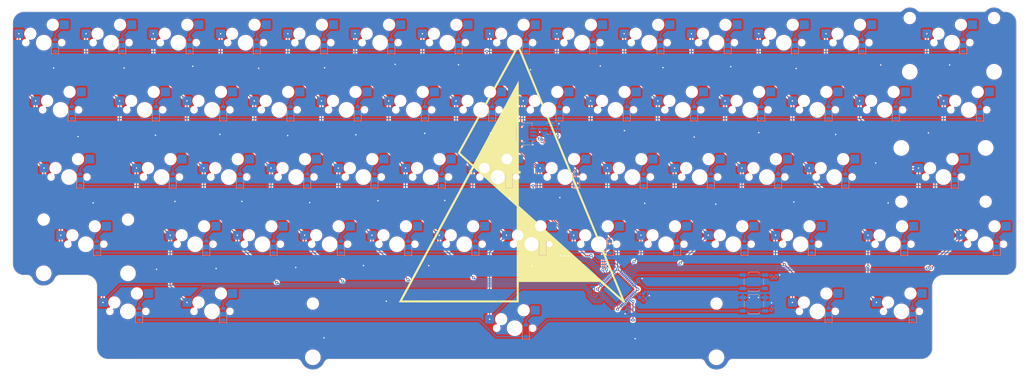
<source format=kicad_pcb>
(kicad_pcb (version 20241229) (generator "pcbnew") (generator_version "9.0")
  (layers (0 "F.Cu" signal) (2 "B.Cu" signal) (13 "F.Paste" user) (15 "B.Paste" user) (5 "F.SilkS" user "F.Silkscreen") (7 "B.SilkS" user "B.Silkscreen") (1 "F.Mask" user) (3 "B.Mask" user) (25 "Edge.Cuts" user))
  (net 0 "")
  (net 1 "+5V")
  (net 2 "GND")
  (net 3 "+3V3")
  (net 4 "NRST")
  (net 5 "Net-(D43-A)")
  (net 6 "Net-(D1-A)")
  (net 7 "Net-(D44-A)")
  (net 8 "Net-(D45-A)")
  (net 9 "Net-(D46-A)")
  (net 10 "BOOT0")
  (net 11 "/C13")
  (net 12 "/C14")
  (net 13 "/C15")
  (net 14 "/F0")
  (net 15 "/B8")
  (net 16 "/A2")
  (net 17 "/A3")
  (net 18 "/A4")
  (net 19 "/A5")
  (net 20 "/A6")
  (net 21 "/A7")
  (net 22 "Net-(D47-A)")
  (net 23 "/A1")
  (net 24 "Net-(D48-A)")
  (net 25 "Net-(D49-A)")
  (net 26 "Net-(D50-A)")
  (net 27 "/A0")
  (net 28 "D+")
  (net 29 "D-")
  (net 30 "Net-(D2-A)")
  (net 31 "Net-(D3-A)")
  (net 32 "Net-(D4-A)")
  (net 33 "Net-(D5-A)")
  (net 34 "Net-(D6-A)")
  (net 35 "Net-(D7-A)")
  (net 36 "Net-(D8-A)")
  (net 37 "Net-(D9-A)")
  (net 38 "Net-(D10-A)")
  (net 39 "Net-(D11-A)")
  (net 40 "Net-(D12-A)")
  (net 41 "Net-(D13-A)")
  (net 42 "Net-(D14-A)")
  (net 43 "Net-(D15-A)")
  (net 44 "Net-(D16-A)")
  (net 45 "Net-(D17-A)")
  (net 46 "Net-(D18-A)")
  (net 47 "Net-(D19-A)")
  (net 48 "Net-(D20-A)")
  (net 49 "Net-(D21-A)")
  (net 50 "Net-(D22-A)")
  (net 51 "Net-(D23-A)")
  (net 52 "Net-(D24-A)")
  (net 53 "Net-(D25-A)")
  (net 54 "Net-(D26-A)")
  (net 55 "Net-(D27-A)")
  (net 56 "Net-(D28-A)")
  (net 57 "Net-(D29-A)")
  (net 58 "Net-(D30-A)")
  (net 59 "Net-(D31-A)")
  (net 60 "Net-(D32-A)")
  (net 61 "Net-(D33-A)")
  (net 62 "Net-(D34-A)")
  (net 63 "Net-(D35-A)")
  (net 64 "Net-(D36-A)")
  (net 65 "Net-(D37-A)")
  (net 66 "Net-(D38-A)")
  (net 67 "Net-(D39-A)")
  (net 68 "Net-(D40-A)")
  (net 69 "Net-(D41-A)")
  (net 70 "Net-(D42-A)")
  (net 71 "Row0")
  (net 72 "Row1")
  (net 73 "Col0")
  (net 74 "Row3")
  (net 75 "Col1")
  (net 76 "Col2")
  (net 77 "Col5")
  (net 78 "Col7")
  (net 79 "Col8")
  (net 80 "Col9")
  (net 81 "Col10")
  (net 82 "Col11")
  (net 83 "Row2")
  (net 84 "Net-(D51-A)")
  (net 85 "Net-(D52-A)")
  (net 86 "Net-(D53-A)")
  (net 87 "Net-(D54-A)")
  (net 88 "Net-(D55-A)")
  (net 89 "Row4")
  (net 90 "Net-(D56-A)")
  (net 91 "Net-(D57-A)")
  (net 92 "Net-(D58-A)")
  (net 93 "Net-(D59-A)")
  (net 94 "Net-(R2-Pad2)")
  (net 95 "Col12")
  (net 96 "Col13")
  (net 97 "/B9")
  (net 98 "/B0")
  (net 99 "/B1")
  (net 100 "Col4")
  (net 101 "Col3")
  (net 102 "Col6")
  (footprint "LOGO" (layer "F.Cu") (at 170.8625 75.34375)
    (property "Reference" "G***")
    (property "Value" "LOGO" (hide yes))
  )
  (footprint "MX_Hotswap:MX-Hotswap-1U" (layer "B.Cu") (at 276.225 57.15 180)
    (property "Reference" "SW27" (hide yes))
    (property "Value" "SW_Push_45deg" (hide yes))
  )
  (footprint "Diode_SMD:D_SOD-123" (layer "B.Cu") (at 284.1625 115.09375 90)
    (property "Reference" "D58" (hide yes))
    (property "Value" "D_Small" (hide yes))
  )
  (footprint "Capacitor_SMD:C_0402_1005Metric" (layer "B.Cu") (at 194.2 109.85 135)
    (property "Reference" "C3" (hide yes))
    (property "Value" "100nF" (hide yes))
  )
  (footprint "Package_QFP:LQFP-48_7x7mm_P0.5mm" (layer "B.Cu") (at 200.6 108 135)
    (property "Reference" "U1" (hide yes))
    (property "Value" "STM32F072CBT6" (hide yes))
  )
  (footprint "MX_Hotswap:MX-Hotswap-1U" (layer "B.Cu") (at 257.175 57.15 180)
    (property "Reference" "SW26" (hide yes))
    (property "Value" "SW_Push_45deg" (hide yes))
  )
  (footprint "Diode_SMD:D_SOD-123" (layer "B.Cu") (at 265.1125 76.99375 90)
    (property "Reference" "D40" (hide yes))
    (property "Value" "D_Small" (hide yes))
  )
  (footprint "MX_Hotswap:MX-Hotswap-1U" (layer "B.Cu") (at 171.45 38.1 180)
    (property "Reference" "SW8" (hide yes))
    (property "Value" "SW_Push_45deg" (hide yes))
  )
  (footprint "Diode_SMD:D_SOD-123" (layer "B.Cu") (at 203.2 57.94375 90)
    (property "Reference" "D23" (hide yes))
    (property "Value" "D_Small" (hide yes))
  )
  (footprint "MX_Hotswap:MX-Hotswap-1U" (layer "B.Cu") (at 180.975 57.15 180)
    (property "Reference" "SW22" (hide yes))
    (property "Value" "SW_Push_45deg" (hide yes))
  )
  (footprint "Diode_SMD:D_SOD-123" (layer "B.Cu") (at 41.2752 38.8938 90)
    (property "Reference" "D1" (hide yes))
    (property "Value" "D_Small" (hide yes))
  )
  (footprint "Diode_SMD:D_SOD-123" (layer "B.Cu") (at 212.725 38.89375 90)
    (property "Reference" "D10" (hide yes))
    (property "Value" "D_Small" (hide yes))
  )
  (footprint "MX_Hotswap:MX-Hotswap-1U" (layer "B.Cu") (at 190.5 38.1 180)
    (property "Reference" "SW9" (hide yes))
    (property "Value" "SW_Push_45deg" (hide yes))
  )
  (footprint "Diode_SMD:D_SOD-123" (layer "B.Cu") (at 53.18125 96.04375 90)
    (property "Reference" "D42" (hide yes))
    (property "Value" "D_Small" (hide yes))
  )
  (footprint "Diode_SMD:D_SOD-123" (layer "B.Cu") (at 150.8125 76.99375 90)
    (property "Reference" "D34" (hide yes))
    (property "Value" "D_Small" (hide yes))
  )
  (footprint "Capacitor_SMD:C_0402_1005Metric" (layer "B.Cu") (at 204.289411 114.135589 -135)
    (property "Reference" "C2" (hide yes))
    (property "Value" "100nF" (hide yes))
  )
  (footprint "Connector_JST:JST_SH_SM04B-SRSS-TB_1x04-1MP_P1.00mm_Horizontal" (layer "B.Cu") (at 174.609375 63.984375 90)
    (property "Reference" "J1" (hide yes))
    (property "Value" "PCB Connector" (hide yes))
  )
  (footprint "Diode_SMD:D_SOD-123" (layer "B.Cu") (at 174.625 119.79375 90)
    (property "Reference" "D59" (hide yes))
    (property "Value" "D_Small" (hide yes))
  )
  (footprint "Button_Switch_SMD:SW_SPST_TL3342" (layer "B.Cu") (at 239.175 105.9)
    (property "Reference" "BOOT1" (hide yes))
    (property "Value" "SW_SPST" (hide yes))
  )
  (footprint "MX_Hotswap:MX-Hotswap-1U" (layer "B.Cu") (at 61.9125 114.3 180)
    (property "Reference" "SW55" (hide yes))
    (property "Value" "SW_Push_45deg" (hide yes))
  )
  (footprint "MX_Hotswap:MX-Hotswap-1U" (layer "B.Cu") (at 238.125 57.15 180)
    (property "Reference" "SW25" (hide yes))
    (property "Value" "SW_Push_45deg" (hide yes))
  )
  (footprint "Diode_SMD:D_SOD-123" (layer "B.Cu") (at 93.6625 76.99375 90)
    (property "Reference" "D31" (hide yes))
    (property "Value" "D_Small" (hide yes))
  )
  (footprint "Capacitor_SMD:C_0402_1005Metric" (layer "B.Cu") (at 206.45 105.675 135)
    (property "Reference" "C4" (hide yes))
    (property "Value" "100nF" (hide yes))
  )
  (footprint "MX_Hotswap:MX-Hotswap-1U" (layer "B.Cu") (at 266.7 38.1 180)
    (property "Reference" "SW13" (hide yes))
    (property "Value" "SW_Push_45deg" (hide yes))
  )
  (footprint "MX_Hotswap:MX-Hotswap-1U" (layer "B.Cu") (at 261.9375 76.2 180)
    (property "Reference" "SW40" (hide yes))
    (property "Value" "SW_Push_45deg" (hide yes))
  )
  (footprint "MX_Hotswap:MX-Hotswap-1U" (layer "B.Cu") (at 204.7875 76.2 180)
    (property "Reference" "SW37" (hide yes))
    (property "Value" "SW_Push_45deg" (hide yes))
  )
  (footprint "Diode_SMD:D_SOD-123" (layer "B.Cu") (at 117.475 38.89375 90)
    (property "Reference" "D5" (hide yes))
    (property "Value" "D_Small" (hide yes))
  )
  (footprint "Diode_SMD:D_SOD-123" (layer "B.Cu") (at 112.7125 76.99375 90)
    (property "Reference" "D32" (hide yes))
    (property "Value" "D_Small" (hide yes))
  )
  (footprint "Diode_SMD:D_SOD-123" (layer "B.Cu") (at 88.9 115.09375 90)
    (property "Reference" "D56" (hide yes))
    (property "Value" "D_Small" (hide yes))
  )
  (footprint "Diode_SMD:D_SOD-123" (layer "B.Cu") (at 84.1375 96.04375 90)
    (property "Reference" "D43" (hide yes))
    (property "Value" "D_Small" (hide yes))
  )
  (footprint "Diode_SMD:D_SOD-123" (layer "B.Cu") (at 281.78125 96.04375 90)
    (property "Reference" "D53" (hide yes))
    (property "Value" "D_Small" (hide yes))
  )
  (footprint "Diode_SMD:D_SOD-123" (layer "B.Cu") (at 231.775 38.89375 90)
    (property "Reference" "D11" (hide yes))
    (property "Value" "D_Small" (hide yes))
  )
  (footprint "Diode_SMD:D_SOD-123" (layer "B.Cu") (at 46.0375 57.94375 90)
    (property "Reference" "D15" (hide yes))
    (property "Value" "D_Small" (hide yes))
  )
  (footprint "MX_Hotswap:MX-Hotswap-1U" (layer "B.Cu") (at 176.2125 95.25 180)
    (property "Reference" "SW48" (hide yes))
    (property "Value" "SW_Push_45deg" (hide yes))
  )
  (footprint "Diode_SMD:D_SOD-123" (layer "B.Cu") (at 141.2875 96.04375 90)
    (property "Reference" "D46" (hide yes))
    (property "Value" "D_Small" (hide yes))
  )
  (footprint "Diode_SMD:D_SOD-123" (layer "B.Cu") (at 260.35 57.94375 90)
    (property "Reference" "D26" (hide yes))
    (property "Value" "D_Small" (hide yes))
  )
  (footprint "Diode_SMD:D_SOD-123" (layer "B.Cu") (at 74.6125 76.99375 90)
    (property "Reference" "D30" (hide yes))
    (property "Value" "D_Small" (hide yes))
  )
  (footprint "Diode_SMD:D_SOD-123" (layer "B.Cu") (at 48.41875 76.99375 90)
    (property "Reference" "D29" (hide yes))
    (property "Value" "D_Small" (hide yes))
  )
  (footprint "MX_Hotswap:MX-Hotswap-1U" (layer "B.Cu") (at 247.65 38.1 180)
    (property "Reference" "SW12" (hide yes))
    (property "Value" "SW_Push_45deg" (hide yes))
  )
  (footprint "Button_Switch_SMD:SW_SPST_TL3342" (layer "B.Cu") (at 239.199997 112.275002)
    (property "Reference" "RST1" (hide yes))
    (property "Value" "SW_SPST" (hide yes))
  )
  (footprint "Diode_SMD:D_SOD-123" (layer "B.Cu") (at 165.1 57.94375 90)
    (property "Reference" "D21" (hide yes))
    (property "Value" "D_Small" (hide yes))
  )
  (footprint "Diode_SMD:D_SOD-123" (layer "B.Cu") (at 260.35 115.09375 90)
    (property "Reference" "D57" (hide yes))
    (property "Value" "D_Small" (hide yes))
  )
  (footprint "MX_Hotswap:MX-Hotswap-1U" (layer "B.Cu") (at 233.3625 95.25 180)
    (property "Reference" "SW51" (hide yes))
    (property "Value" "SW_Push_45deg" (hide yes))
  )
  (footprint "MX_Hotswap:MX-Hotswap-1U" (layer "B.Cu") (at 95.25 38.1 180)
    (property "Reference" "SW4" (hide yes))
    (property "Value" "SW_Push_45deg" (hide yes))
  )
  (footprint "MX_Hotswap:MX-Hotswap-1U" (layer "B.Cu") (at 85.725 57.15 180)
    (property "Reference" "SW17" (hide yes))
    (property "Value" "SW_Push_45deg" (hide yes))
  )
  (footprint "Diode_SMD:D_SOD-123" (layer "B.Cu") (at 122.2375 96.04375 90)
    (property "Reference" "D45" (hide yes))
    (property "Value" "D_Small" (hide yes))
  )
  (footprint "Diode_SMD:D_SOD-123" (layer "B.Cu") (at 174.625 38.89375 90)
    (property "Reference" "D8" (hide yes))
    (property "Value" "D_Small" (hide yes))
  )
  (footprint "MX_Hotswap:MX-Hotswap-1U" (layer "B.Cu") (at 128.5875 76.2 180)
    (property "Reference" "SW33" (hide yes))
    (property "Value" "SW_Push_45deg" (hide yes))
  )
  (footprint "MX_Hotswap:MX-Hotswap-1.5U" (layer "B.Cu") (at 42.8625 57.15 180)
    (property "Reference" "SW15" (hide yes))
    (property "Value" "SW_Push_45deg" (hide yes))
  )
  (footprint "Diode_SMD:D_SOD-123" (layer "B.Cu") (at 227.0125 76.99375 90)
    (property "Reference" "D38" (hide yes))
    (property "Value" "D_Small" (hide yes))
  )
  (footprint "Diode_SMD:D_SOD-123" (layer "B.Cu") (at 98.425 38.89375 90)
    (property "Reference" "D4" (hide yes))
    (property "Value" "D_Small" (hide yes))
  )
  (footprint "MX_Hotswap:MX-Hotswap-1.75U" (layer "B.Cu") (at 278.60625 95.25 180)
    (property "Reference" "SW53" (hide yes))
    (property "Value" "SW_Push_45deg" (hide yes))
  )
  (footprint "Diode_SMD:D_SOD-123" (layer "B.Cu") (at 155.575 38.89375 90)
    (property "Reference" "D7" (hide yes))
    (property "Value" "D_Small" (hide yes))
  )
  (footprint "MX_Hotswap:MX-Hotswap-1U" (layer "B.Cu") (at 138.1125 95.25 180)
    (property "Reference" "SW46" (hide yes))
    (property "Value" "SW_Push_45deg" (hide yes))
  )
  (footprint "Diode_SMD:D_SOD-123" (layer "B.Cu") (at 103.1875 96.04375 90)
    (property "Reference" "D44" (hide yes))
    (property "Value" "D_Small" (hide yes))
  )
  (footprint "Diode_SMD:D_SOD-123" (layer "B.Cu") (at 79.375 38.89375 90)
    (property "Reference" "D3" (hide yes))
    (property "Value" "D_Small" (hide yes))
  )
  (footprint "MX_Hotswap:MX-Hotswap-1U" (layer "B.Cu") (at 152.4 38.1 180)
    (property "Reference" "SW7" (hide yes))
    (property "Value" "SW_Push_45deg" (hide yes))
  )
  (footprint "Diode_SMD:D_SOD-123" (layer "B.Cu") (at 198.4375 96.04375 90)
    (property "Reference" "D49" (hide yes))
    (property "Value" "D_Small" (hide yes))
  )
  (footprint "Diode_SMD:D_SOD-123" (layer "B.Cu") (at 69.85 57.94375 90)
    (property "Reference" "D16" (hide yes))
    (property "Value" "D_Small" (hide yes))
  )
  (footprint "MX_Hotswap:MX-Hotswap-1U" (layer "B.Cu") (at 214.3125 95.25 180)
    (property "Reference" "SW50" (hide yes))
    (property "Value" "SW_Push_45deg" (hide yes))
  )
  (footprint "MX_Hotswap:MX-Hotswap-7U" (layer "B.Cu") (at 171.45 119.0625 180)
    (property "Reference" "SW59" (hide yes))
    (property "Value" "SW_Push_45deg" (hide yes))
  )
  (footprint "MX_Hotswap:MX-Hotswap-1U" (layer "B.Cu") (at 38.1 38.1 180)
    (property "Reference" "SW1" (hide yes))
    (property "Value" "SW_Push_45deg" (hide yes))
  )
  (footprint "Diode_SMD:D_SOD-123" (layer "B.Cu") (at 169.8625 76.99375 90)
    (property "Reference" "D35" (hide yes))
    (property "Value" "D_Small" (hide yes))
  )
  (footprint "MX_Hotswap:MX-Hotswap-1U" (layer "B.Cu") (at 223.8375 76.2 180)
    (property "Reference" "SW38" (hide yes))
    (property "Value" "SW_Push_45deg" (hide yes))
  )
  (footprint "Diode_SMD:D_SOD-123" (layer "B.Cu") (at 107.95 57.94375 90)
    (property "Reference" "D18" (hide yes))
    (property "Value" "D_Small" (hide yes))
  )
  (footprint "MX_Hotswap:MX-Hotswap-1U" (layer "B.Cu") (at 200.025 57.15 180)
    (property "Reference" "SW23" (hide yes))
    (property "Value" "SW_Push_45deg" (hide yes))
  )
  (footprint "Package_TO_SOT_SMD:SOT-23" (layer "B.Cu") (at 181.088501 62.501 180)
    (property "Reference" "U3" (hide yes))
    (property "Value" "XC6206PxxxMR-Regulator_Linear" (hide yes))
  )
  (footprint "Diode_SMD:D_SOD-123" (layer "B.Cu") (at 236.5375 96.04375 90)
    (property "Reference" "D51" (hide yes))
    (property "Value" "D_Small" (hide yes))
  )
  (footprint "MX_Hotswap:MX-Hotswap-1U" (layer "B.Cu") (at 228.6 38.1 180)
    (property "Reference" "SW11" (hide yes))
    (property "Value" "SW_Push_45deg" (hide yes))
  )
  (footprint "MX_Hotswap:MX-Hotswap-1.5U" (layer "B.Cu") (at 85.725 114.3 180)
    (property "Reference" "SW56" (hide yes))
    (property "Value" "SW_Push_45deg" (hide yes))
  )
  (footprint "Diode_SMD:D_SOD-123" (layer "B.Cu") (at 222.25 57.94375 90)
    (property "Reference" "D24" (hide yes))
    (property "Value" "D_Small" (hide yes))
  )
  (footprint "Diode_SMD:D_SOD-123" (layer "B.Cu") (at 207.9625 76.99375 90)
    (property "Reference" "D37" (hide yes))
    (property "Value" "D_Small" (hide yes))
  )
  (footprint "Diode_SMD:D_SOD-123" (layer "B.Cu") (at 88.9 57.94375 90)
    (property "Reference" "D17" (hide yes))
    (property "Value" "D_Small" (hide yes))
  )
  (footprint "MX_Hotswap:MX-Hotswap-1U" (layer "B.Cu") (at 209.55 38.1 180)
    (property "Reference" "SW10" (hide yes))
    (property "Value" "SW_Push_45deg" (hide yes))
  )
  (footprint "MX_Hotswap:MX-Hotswap-2.25U" (layer "B.Cu") (at 50.00625 95.25 180)
    (property "Reference" "SW42" (hide yes))
    (property "Value" "SW_Push_45deg" (hide yes))
  )
  (footprint "Diode_SMD:D_SOD-123" (layer "B.Cu") (at 298.45 38.89375 90)
    (property "Reference" "D14" (hide yes))
    (property "Value" "D_Small" (hide yes))
  )
  (footprint "Capacitor_SMD:C_0402_1005Metric" (layer "B.Cu") (at 203.485589 113.339411 -135)
    (property "Reference" "C5" (hide yes))
    (property "Value" "100nF" (hide yes))
  )
  (footprint "Diode_SMD:D_SOD-123" (layer "B.Cu") (at 307.975 96.04375 90)
    (property "Reference" "D54" (hide yes))
    (property "Value" "D_Small" (hide yes))
  )
  (footprint "MX_Hotswap:MX-Hotswap-1U" (layer "B.Cu") (at 133.35 38.1 180)
    (property "Reference" "SW6" (hide yes))
    (property "Value" "SW_Push_45deg" (hide yes))
  )
  (footprint "MX_Hotswap:MX-Hotswap-1U" (layer "B.Cu") (at 242.8875 76.2 180)
    (property "Reference" "SW39" (hide yes))
    (property "Value" "SW_Push_45deg" (hide yes))
  )
  (footprint "MX_Hotswap:MX-Hotswap-1U" (layer "B.Cu") (at 147.6375 76.2 180)
    (property "Reference" "SW34" (hide yes))
    (property "Value" "SW_Push_45deg" (hide yes))
  )
  (footprint "MX_Hotswap:MX-Hotswap-2U" (layer "B.Cu") (at 295.275 38.1 180)
    (property "Reference" "SW14" (hide yes))
    (property "Value" "SW_Push_45deg" (hide yes))
  )
  (footprint "MX_Hotswap:MX-Hotswap-1U" (layer "B.Cu") (at 80.9625 95.25 180)
    (property "Reference" "SW43" (hide yes))
    (property "Value" "SW_Push_45deg" (hide yes))
  )
  (footprint "Diode_SMD:D_SOD-123" (layer "B.Cu") (at 60.325 38.89375 90)
    (property "Reference" "D2" (hide yes))
    (property "Value" "D_Small" (hide yes))
  )
  (footprint "MX_Hotswap:MX-Hotswap-1U" (layer "B.Cu") (at 166.6875 76.2 180)
    (property "Reference" "SW35" (hide yes))
    (property "Value" "SW_Push_45deg" (hide yes))
  )
  (footprint "MX_Hotswap:MX-Hotswap-1U" (layer "B.Cu") (at 100.0125 95.25 180)
    (property "Reference" "SW44" (hide yes))
    (property "Value" "SW_Push_45deg" (hide yes))
  )
  (footprint "MX_Hotswap:MX-Hotswap-1U" (layer "B.Cu") (at 114.3 38.1 180)
    (property "Reference" "SW5" (hide yes))
    (property "Value" "SW_Push_45deg" (hide yes))
  )
  (footprint "Diode_SMD:D_SOD-123" (layer "B.Cu") (at 131.7625 76.99375 90)
    (property "Reference" "D33" (hide yes))
    (property "Value" "D_Small" (hide yes))
  )
  (footprint "MX_Hotswap:MX-Hotswap-1U" (layer "B.Cu") (at 76.2 38.1 180)
    (property "Reference" "SW3" (hide yes))
    (property "Value" "SW_Push_45deg" (hide yes))
  )
  (footprint "Diode_SMD:D_SOD-123" (layer "B.Cu") (at 65.0875 115.09375 90)
    (property "Reference" "D55" (hide yes))
    (property "Value" "D_Small" (hide yes))
  )
  (footprint "MX_Hotswap:MX-Hotswap-1U" (layer "B.Cu") (at 104.775 57.15 180)
    (property "Reference" "SW18" (hide yes))
    (property "Value" "SW_Push_45deg" (hide yes))
  )
  (footprint "Diode_SMD:D_SOD-123" (layer "B.Cu") (at 193.675 38.89375 90)
    (property "Reference" "D9" (hide yes))
    (property "Value" "D_Small" (hide yes))
  )
  (footprint "Diode_SMD:D_SOD-123" (layer "B.Cu") (at 250.825 38.89375 90)
    (property "Reference" "D12" (hide yes))
    (property "Value" "D_Small" (hide yes))
  )
  (footprint "Diode_SMD:D_SOD-123" (layer "B.Cu") (at 184.15 57.94375 90)
    (property "Reference" "D22" (hide yes))
    (property "Value" "D_Small" (hide yes))
  )
  (footprint "MX_Hotswap:MX-Hotswap-2.25U-ReversedStabilizers" (layer "B.Cu") (at 292.89375 76.2 180)
    (property "Reference" "SW41" (hide yes))
    (property "Value" "SW_Push_45deg" (hide yes))
  )
  (footprint "Capacitor_SMD:C_0402_1005Metric" (layer "B.Cu") (at 183.651 62.97 90)
    (property "Reference" "C10" (hide yes))
    (property "Value" "1uF" (hide yes))
  )
  (footprint "Diode_SMD:D_SOD-123" (layer "B.Cu") (at 246.0625 76.99375 90)
    (property "Reference" "D39" (hide yes))
    (property "Value" "D_Small" (hide yes))
  )
  (footprint "Diode_SMD:D_SOD-123" (layer "B.Cu") (at 241.3 57.94375 90)
    (property "Reference" "D25" (hide yes))
    (property "Value" "D_Small" (hide yes))
  )
  (footprint "MX_Hotswap:MX-Hotswap-1U" (layer "B.Cu") (at 123.825 57.15 180)
    (property "Reference" "SW19" (hide yes))
    (property "Value" "SW_Push_45deg" (hide yes))
  )
  (footprint "Diode_SMD:D_SOD-123" (layer "B.Cu") (at 255.5875 96.04375 90)
    (property "Reference" "D52" (hide yes))
    (property "Value" "D_Small" (hide yes))
  )
  (footprint "MX_Hotswap:MX-Hotswap-1U" (layer "B.Cu") (at 304.8 95.25 180)
    (property "Reference" "SW54" (hide yes))
    (property "Value" "SW_Push_45deg" (hide yes))
  )
  (footprint "Diode_SMD:D_SOD-123" (layer "B.Cu") (at 136.525 38.89375 90)
    (property "Reference" "D6" (hide yes))
    (property "Value" "D_Small" (hide yes))
  )
  (footprint "MX_Hotswap:MX-Hotswap-1U" (layer "B.Cu") (at 252.4125 95.25 180)
    (property "Reference" "SW52" (hide yes))
    (property "Value" "SW_Push_45deg" (hide yes))
  )
  (footprint "MX_Hotswap:MX-Hotswap-1U" (layer "B.Cu") (at 142.875 57.15 180)
    (property "Reference" "SW20" (hide yes))
    (property "Value" "SW_Push_45deg" (hide yes))
  )
  (footprint "Diode_SMD:D_SOD-123" (layer "B.Cu") (at 217.4875 96.04375 90)
    (property "Reference" "D50" (hide yes))
    (property "Value" "D_Small" (hide yes))
  )
  (footprint "MX_Hotswap:MX-Hotswap-1U" (layer "B.Cu") (at 90.4875 76.2 180)
    (property "Reference" "SW31" (hide yes))
    (property "Value" "SW_Push_45deg" (hide yes))
  )
  (footprint "Capacitor_SMD:C_0402_1005Metric" (layer "B.Cu") (at 178.560375 62.98 -90)
    (property "Reference" "C9" (hide yes))
    (property "Value" "1uF" (hide yes))
  )
  (footprint "MX_Hotswap:MX-Hotswap-1U" (layer "B.Cu") (at 66.675 57.15 180)
    (property "Reference" "SW16" (hide yes))
    (property "Value" "SW_Push_45deg" (hide yes))
  )
  (footprint "MX_Hotswap:MX-Hotswap-1U" (layer "B.Cu") (at 157.1625 95.25 180)
    (property "Reference" "SW47" (hide yes))
    (property "Value" "SW_Push_45deg" (hide yes))
  )
  (footprint "MX_Hotswap:MX-Hotswap-1U" (layer "B.Cu") (at 57.15 38.1 180)
    (property "Reference" "SW2" (hide yes))
    (property "Value" "SW_Push_45deg" (hide yes))
  )
  (footprint "Diode_SMD:D_SOD-123" (layer "B.Cu") (at 179.3875 96.04375 90)
    (property "Reference" "D48" (hide yes))
    (property "Value" "D_Small" (hide yes))
  )
  (footprint "Capacitor_SMD:C_0402_1005Metric" (layer "B.Cu") (at 244.199999 113.695002 90)
    (property "Reference" "C8" (hide yes))
    (property "Value" "100nF" (hide yes))
  )
  (footprint "Resistor_SMD:R_0402_1005Metric" (layer "B.Cu") (at 245.436249 104.485001 90)
    (property "Reference" "R4" (hide yes))
    (property "Value" "5.1k" (hide yes))
  )
  (footprint "MX_Hotswap:MX-Hotswap-1U" (layer "B.Cu") (at 185.7375 76.2 180)
    (property "Reference" "SW36" (hide yes))
    (property "Value" "SW_Push_45deg" (hide yes))
  )
  (footprint "Diode_SMD:D_SOD-123" (layer "B.Cu") (at 188.9125 76.99375 90)
    (property "Reference" "D36" (hide yes))
    (property "Value" "D_Small" (hide yes))
  )
  (footprint "Diode_SMD:D_SOD-123" (layer "B.Cu") (at 146.05 57.94375 90)
    (property "Reference" "D20" (hide yes))
    (property "Value" "D_Small" (hide yes))
  )
  (footprint "Diode_SMD:D_SOD-123" (layer "B.Cu") (at 279.4 57.94375 90)
    (property "Reference" "D27" (hide yes))
    (property "Value" "D_Small" (hide yes))
  )
  (footprint "Capacitor_SMD:C_0402_1005Metric" (layer "B.Cu") (at 208.189411 111.010589 45)
    (property "Reference" "C6" (hide yes))
    (property "Value" "100nF" (hide yes))
  )
  (footprint "Capacitor_SMD:C_0402_1005Metric" (layer "B.Cu") (at 199.467023 101.425 135)
    (property "Reference" "C6" (hide yes))
    (property "Value" "100nF" (hide yes))
  )
  (footprint "MX_Hotswap:MX-Hotswap-1U" (layer "B.Cu") (at 45.24375 76.2 180)
    (property "Reference" "SW29" (hide yes))
    (property "Value" "SW_Push_45deg" (hide yes))
  )
  (footprint "MX_Hotswap:MX-Hotswap-1U" (layer "B.Cu") (at 195.2625 95.25 180)
    (property "Reference" "SW49" (hide yes))
    (property "Value" "SW_Push_45deg" (hide yes))
  )
  (footprint "MX_Hotswap:MX-Hotswap-1.5U" (layer "B.Cu") (at 300.0375 57.15 180)
    (property "Reference" "SW28" (hide yes))
    (property "Value" "SW_Push_45deg" (hide yes))
  )
  (footprint "MX_Hotswap:MX-Hotswap-1.5U" (layer "B.Cu") (at 257.175 114.3 180)
    (property "Reference" "SW57" (hide yes))
    (property "Value" "SW_Push_45deg" (hide yes))
  )
  (footprint "Resistor_SMD:R_0402_1005Metric" (layer "B.Cu") (at 244.274999 104.5 -90)
    (property "Reference" "R2" (hide yes))
    (property "Value" "5.1k" (hide yes))
  )
  (footprint "MX_Hotswap:MX-Hotswap-1U" (layer "B.Cu") (at 71.4375 76.2 180)
    (property "Reference" "SW30" (hide yes))
    (property "Value" "SW_Push_45deg" (hide yes))
  )
  (footprint "Diode_SMD:D_SOD-123" (layer "B.Cu") (at 160.3375 96.04375 90)
    (property "Reference" "D47" (hide yes))
    (property "Value" "D_Small" (hide yes))
  )
  (footprint "MX_Hotswap:MX-Hotswap-1U" (layer "B.Cu") (at 161.925 57.15 180)
    (property "Reference" "SW21" (hide yes))
    (property "Value" "SW_Push_45deg" (hide yes))
  )
  (footprint "Diode_SMD:D_SOD-123" (layer "B.Cu") (at 127 57.94375 90)
    (property "Reference" "D19" (hide yes))
    (property "Value" "D_Small" (hide yes))
  )
  (footprint "Capacitor_SMD:C_0603_1608Metric" (layer "B.Cu") (at 207.35 109.8 45)
    (property "Reference" "C1" (hide yes))
    (property "Value" "10uF" (hide yes))
  )
  (footprint "Diode_SMD:D_SOD-123" (layer "B.Cu") (at 303.2125 57.94375 90)
    (property "Reference" "D28" (hide yes))
    (property "Value" "D_Small" (hide yes))
  )
  (footprint "MX_Hotswap:MX-Hotswap-1U" (layer "B.Cu") (at 109.5375 76.2 180)
    (property "Reference" "SW32" (hide yes))
    (property "Value" "SW_Push_45deg" (hide yes))
  )
  (footprint "Diode_SMD:D_SOD-123" (layer "B.Cu") (at 296.06875 76.99375 90)
    (property "Reference" "D41" (hide yes))
    (property "Value" "D_Small" (hide yes))
  )
  (footprint "MX_Hotswap:MX-Hotswap-1U" (layer "B.Cu") (at 119.0625 95.25 180)
    (property "Reference" "SW45" (hide yes))
    (property "Value" "SW_Push_45deg" (hide yes))
  )
  (footprint "MX_Hotswap:MX-Hotswap-1U" (layer "B.Cu") (at 280.9875 114.3 180)
    (property "Reference" "SW58" (hide yes))
    (property "Value" "SW_Push_45deg" (hide yes))
  )
  (footprint "Diode_SMD:D_SOD-123" (layer "B.Cu") (at 269.875 38.89375 90)
    (property "Reference" "D13" (hide yes))
    (property "Value" "D_Small" (hide yes))
  )
  (footprint "MX_Hotswap:MX-Hotswap-1U" (layer "B.Cu") (at 219.075 57.15 180)
    (property "Reference" "SW24" (hide yes))
    (property "Value" "SW_Push_45deg" (hide yes))
  )
  (gr_arc (start 224.01745 127.79375) (mid 224.839048 128.038749) (end 225.392275 128.69372) (stroke (width 0.1)) (layer "Edge.Cuts"))
  (gr_line (start 310.1116 29.368802) (end 310.407 29.36875) (stroke (width 0.1)) (layer "Edge.Cuts"))
  (gr_arc (start 305.028397 29.056253) (mid 304.699801 29.286289) (end 304.307249 29.368722) (stroke (width 0.1)) (layer "Edge.Cuts"))
  (gr_arc (start 281.209568 29.049748) (mid 283.381951 28.118748) (end 285.554333 29.04975) (stroke (width 0.1)) (layer "Edge.Cuts"))
  (gr_arc (start 305.028397 29.056252) (mid 307.206949 28.118751) (end 309.385501 29.05625) (stroke (width 0.1)) (layer "Edge.Cuts"))
  (gr_arc (start 231.805636 128.69905) (mid 232.358691 128.040384) (end 233.18265 127.793805) (stroke (width 0.1)) (layer "Edge.Cuts"))
  (gr_line (start 304.307249 29.36877) (end 286.28665 29.36875) (stroke (width 0.1)) (layer "Edge.Cuts"))
  (gr_line (start 32.49375 103.98125) (end 33.46116 103.98125) (stroke (width 0.1)) (layer "Edge.Cuts"))
  (gr_arc (start 231.807888 128.693766) (mid 228.600094 130.793788) (end 225.392247 128.693846) (stroke (width 0.1)) (layer "Edge.Cuts"))
  (gr_line (start 56.30625 127.79375) (end 109.71745 127.8) (stroke (width 0.1)) (layer "Edge.Cuts"))
  (gr_line (start 286.5937 127.79375) (end 233.18265 127.79375) (stroke (width 0.1)) (layer "Edge.Cuts"))
  (gr_line (start 313.53195 32.4937) (end 313.53195 100.85625) (stroke (width 0.1)) (layer "Edge.Cuts"))
  (gr_arc (start 109.71745 127.8) (mid 110.535668 128.044007) (end 111.086589 128.696316) (stroke (width 0.1)) (layer "Edge.Cuts"))
  (gr_line (start 289.71875 107.1063) (end 289.71875 124.6688) (stroke (width 0.1)) (layer "Edge.Cuts"))
  (gr_line (start 280.482249 29.36877) (end 32.49375 29.36875) (stroke (width 0.1)) (layer "Edge.Cuts"))
  (gr_arc (start 286.2866 29.36875) (mid 285.891374 29.287295) (end 285.560541 29.056238) (stroke (width 0.1)) (layer "Edge.Cuts"))
  (gr_arc (start 289.71875 107.1063) (mid 290.634024 104.896559) (end 292.84375 103.98125) (stroke (width 0.1)) (layer "Edge.Cuts"))
  (gr_line (start 53.18125 107.10625) (end 53.175 124.66875) (stroke (width 0.1)) (layer "Edge.Cuts"))
  (gr_arc (start 41.251553 104.881252) (mid 41.802953 104.227424) (end 42.622058 103.981256) (stroke (width 0.1)) (layer "Edge.Cuts"))
  (gr_arc (start 56.30625 127.79375) (mid 54.096541 126.878459) (end 53.18125 124.66875) (stroke (width 0.1)) (layer "Edge.Cuts"))
  (gr_line (start 118.882626 127.793806) (end 224.0175 127.79375) (stroke (width 0.1)) (layer "Edge.Cuts"))
  (gr_arc (start 281.203433 29.056285) (mid 280.87482 29.286333) (end 280.482249 29.36877) (stroke (width 0.1)) (layer "Edge.Cuts"))
  (gr_arc (start 289.71875 124.6687) (mid 288.803459 126.878459) (end 286.5937 127.79375) (stroke (width 0.1)) (layer "Edge.Cuts"))
  (gr_arc (start 313.53195 100.8563) (mid 312.616623 103.065994) (end 310.4069 103.98125) (stroke (width 0.1)) (layer "Edge.Cuts"))
  (gr_arc (start 310.1116 29.368802) (mid 309.716354 29.287343) (end 309.385503 29.056274) (stroke (width 0.1)) (layer "Edge.Cuts"))
  (gr_arc (start 41.251553 104.88125) (mid 38.038361 106.981246) (end 34.831651 104.871365) (stroke (width 0.1)) (layer "Edge.Cuts"))
  (gr_line (start 42.630172 103.98125) (end 50.05625 103.98125) (stroke (width 0.1)) (layer "Edge.Cuts"))
  (gr_arc (start 29.36875 32.49375) (mid 30.284041 30.284041) (end 32.49375 29.36875) (stroke (width 0.1)) (layer "Edge.Cuts"))
  (gr_arc (start 32.49375 103.98125) (mid 30.284041 103.065959) (end 29.36875 100.85625) (stroke (width 0.1)) (layer "Edge.Cuts"))
  (gr_arc (start 50.05625 103.98125) (mid 52.265959 104.896541) (end 53.18125 107.10625) (stroke (width 0.1)) (layer "Edge.Cuts"))
  (gr_arc (start 117.506731 128.696316) (mid 114.30005 130.793749) (end 111.093369 128.696316) (stroke (width 0.1)) (layer "Edge.Cuts"))
  (gr_line (start 292.84375 103.981251) (end 310.4069 103.98125) (stroke (width 0.1)) (layer "Edge.Cuts"))
  (gr_arc (start 310.407 29.36875) (mid 312.616659 30.284041) (end 313.53195 32.4937) (stroke (width 0.1)) (layer "Edge.Cuts"))
  (gr_arc (start 117.507854 128.69375) (mid 118.059256 128.039921) (end 118.878358 127.793735) (stroke (width 0.1)) (layer "Edge.Cuts"))
  (gr_line (start 29.36875 32.49375) (end 29.36875 100.85625) (stroke (width 0.1)) (layer "Edge.Cuts"))
  (gr_arc (start 33.46116 103.98125) (mid 34.278293 104.223355) (end 34.831651 104.871519) (stroke (width 0.1)) (layer "Edge.Cuts"))
  (segment (start 180.151 62.501) (end 178.561375 62.501) (width 0.25) (layer "B.Cu") (net 1))
  (segment (start 178.561375 62.501) (end 178.560375 62.5) (width 0.25) (layer "B.Cu") (net 1))
  (segment (start 176.609375 62.484375) (end 178.54475 62.484375) (width 0.25) (layer "B.Cu") (net 1))
  (segment (start 178.54475 62.484375) (end 178.560375 62.5) (width 0.25) (layer "B.Cu") (net 1))
  (segment (start 208.538719 110.671177) (end 208.528823 110.671177) (width 0.25) (layer "F.Cu") (net 2))
  (via (at 117.625 45.2) (size 0.8) (drill 0.4) (layers "F.Cu" "B.Cu") (net 2))
  (via (at 232.65 44.925) (size 0.8) (drill 0.4) (layers "F.Cu" "B.Cu") (net 2))
  (via (at 75.25 83.125) (size 0.8) (drill 0.4) (layers "F.Cu" "B.Cu") (net 2))
  (via (at 151.675 82.85) (size 0.8) (drill 0.4) (layers "F.Cu" "B.Cu") (net 2))
  (via (at 213.45 45.175) (size 0.8) (drill 0.4) (layers "F.Cu" "B.Cu") (net 2))
  (via (at 70.025 102.375) (size 0.8) (drill 0.4) (layers "F.Cu" "B.Cu") (net 2))
  (via (at 109.45 101.85) (size 0.8) (drill 0.4) (layers "F.Cu" "B.Cu") (net 2))
  (via (at 240.5 110.375) (size 0.8) (drill 0.4) (layers "F.Cu" "B.Cu") (net 2))
  (via (at 250.5 83.3) (size 0.8) (drill 0.4) (layers "F.Cu" "B.Cu") (net 2))
  (via (at 176.3 101.375) (size 0.8) (drill 0.4) (layers "F.Cu" "B.Cu") (net 2))
  (via (at 202.725 114.975) (size 0.8) (drill 0.4) (layers "F.Cu" "B.Cu") (net 2))
  (via (at 128.625 101.3) (size 0.8) (drill 0.4) (layers "F.Cu" "B.Cu") (net 2))
  (via (at 208.275 83.65) (size 0.8) (drill 0.4) (layers "F.Cu" "B.Cu") (net 2))
  (via (at 113.4 83.45) (size 0.8) (drill 0.4) (layers "F.Cu" "B.Cu") (net 2))
  (via (at 184.25 82.025) (size 0.8) (drill 0.4) (layers "F.Cu" "B.Cu") (net 2))
  (via (at 251.175 45.425) (size 0.8) (drill 0.4) (layers "F.Cu" "B.Cu") (net 2))
  (via (at 178.560375 63.46) (size 0.8) (drill 0.4) (layers "F.Cu" "B.Cu") (net 2))
  (via (at 52.075 83.525) (size 0.8) (drill 0.4) (layers "F.Cu" "B.Cu") (net 2))
  (via (at 132.75 82.925) (size 0.8) (drill 0.4) (layers "F.Cu" "B.Cu") (net 2))
  (via (at 237.9 110.375) (size 0.8) (drill 0.4) (layers "F.Cu" "B.Cu") (net 2))
  (via (at 87.975 64.1) (size 0.8) (drill 0.4) (layers "F.Cu" "B.Cu") (net 2))
  (via (at 86.9 102.15) (size 0.8) (drill 0.4) (layers "F.Cu" "B.Cu") (net 2))
  (via (at 202.525 63.05) (size 0.8) (drill 0.4) (layers "F.Cu" "B.Cu") (net 2))
  (via (at 262.35 64.125) (size 0.8) (drill 0.4) (layers "F.Cu" "B.Cu") (net 2))
  (via (at 193.8 107.9) (size 0.8) (drill 0.4) (layers "F.Cu" "B.Cu") (net 2))
  (via (at 135.1 111.425) (size 0.8) (drill 0.4) (layers "F.Cu" "B.Cu") (net 2))
  (via (at 170.125 82.25) (size 0.8) (drill 0.4) (layers "F.Cu" "B.Cu") (net 2))
  (via (at 205.575 122.05) (size 0.8) (drill 0.4) (layers "F.Cu" "B.Cu") (net 2))
  (via (at 228.4 83.9) (size 0.8) (drill 0.4) (layers "F.Cu" "B.Cu") (net 2))
  (via (at 126.475 64.225) (size 0.8) (drill 0.4) (layers "F.Cu" "B.Cu") (net 2))
  (via (at 222.3 64.875) (size 0.8) (drill 0.4) (layers "F.Cu" "B.Cu") (net 2))
  (via (at 47.8 64.725) (size 0.8) (drill 0.4) (layers "F.Cu" "B.Cu") (net 2))
  (via (at 275.1 44.425) (size 0.8) (drill 0.4) (layers "F.Cu" "B.Cu") (net 2))
  (via (at 147.1 101.325) (size 0.8) (drill 0.4) (layers "F.Cu" "B.Cu") (net 2))
  (via (at 176.625 67.05) (size 0.8) (drill 0.4) (layers "F.Cu" "B.Cu") (net 2))
  (via (at 288.625 63.7) (size 0.8) (drill 0.4) (layers "F.Cu" "B.Cu") (net 2))
  (via (at 246.5 103.975002) (size 0.8) (drill 0.4) (layers "F.Cu" "B.Cu") (net 2))
  (via (at 197.65 100.95) (size 0.8) (drill 0.4) (layers "F.Cu" "B.Cu") (net 2))
  (via (at 240.575 63.625) (size 0.8) (drill 0.4) (layers "F.Cu" "B.Cu") (net 2))
  (via (at 98.95 45.375) (size 0.8) (drill 0.4) (layers "F.Cu" "B.Cu") (net 2))
  (via (at 40.9 45.275) (size 0.8) (drill 0.4) (layers "F.Cu" "B.Cu") (net 2))
  (via (at 117.45 121.8) (size 0.8) (drill 0.4) (layers "F.Cu" "B.Cu") (net 2))
  (via (at 207.55 105) (size 0.8) (drill 0.4) (layers "F.Cu" "B.Cu") (net 2))
  (via (at 60.85 45.3) (size 0.8) (drill 0.4) (layers "F.Cu" "B.Cu") (net 2))
  (via (at 94.2 83.125) (size 0.8) (drill 0.4) (layers "F.Cu" "B.Cu") (net 2))
  (via (at 183.975 61.075) (size 0.8) (drill 0.4) (layers "F.Cu" "B.Cu") (net 2))
  (via (at 244.199999 111.875) (size 0.8) (drill 0.4) (layers "F.Cu" "B.Cu") (net 2))
  (via (at 175.925 45.775) (size 0.8) (drill 0.4) (layers "F.Cu" "B.Cu") (net 2))
  (via (at 137.6 44.25) (size 0.8) (drill 0.4) (layers "F.Cu" "B.Cu") (net 2))
  (via (at 69.725 64.35) (size 0.8) (drill 0.4) (layers "F.Cu" "B.Cu") (net 2))
  (via (at 273.7 72.225) (size 0.8) (drill 0.4) (layers "F.Cu" "B.Cu") (net 2))
  (via (at 294.625 44.425) (size 0.8) (drill 0.4) (layers "F.Cu" "B.Cu") (net 2))
  (via (at 209.575 109.85) (size 0.8) (drill 0.4) (layers "F.Cu" "B.Cu") (net 2))
  (via (at 146 63.825) (size 0.8) (drill 0.4) (layers "F.Cu" "B.Cu") (net 2))
  (via (at 195.7 44.7) (size 0.8) (drill 0.4) (layers "F.Cu" "B.Cu") (net 2))
  (via (at 80.3 44.8) (size 0.8) (drill 0.4) (layers "F.Cu" "B.Cu") (net 2))
  (via (at 107.175 64.45) (size 0.8) (drill 0.4) (layers "F.Cu" "B.Cu") (net 2))
  (via (at 155.55 44.375) (size 0.8) (drill 0.4) (layers "F.Cu" "B.Cu") (net 2))
  (via (at 164.625 63.725) (size 0.8) (drill 0.4) (layers "F.Cu" "B.Cu") (net 2))
  (via (at 277.2 83.55) (size 0.8) (drill 0.4) (layers "F.Cu" "B.Cu") (net 2))
  (segment (start 208.528822 110.671178) (end 207.898008 110.040364) (width 0.25) (layer "B.Cu") (net 2))
  (segment (start 196.065677 109.352342) (end 196.065677 109.347659) (width 0.25) (layer "B.Cu") (net 2))
  (segment (start 205.134322 106.647658) (end 203.77316 108.008821) (width 0.25) (layer "B.Cu") (net 2))
  (segment (start 193.925 109.446178) (end 193.860589 109.510589) (width 0.25) (layer "B.Cu") (net 2))
  (segment (start 193.8 109.45) (end 193.8 107.9) (width 0.25) (layer "B.Cu") (net 2))
  (segment (start 196.065677 109.352342) (end 200.597659 104.820364) (width 0.25) (layer "B.Cu") (net 2))
  (segment (start 199.247658 103.465679) (end 200.597657 104.815678) (width 0.25) (layer "B.Cu") (net 2))
  (segment (start 197.65 100.95) (end 198.992023 100.95) (width 0.25) (layer "B.Cu") (net 2))
  (segment (start 200.597657 104.815678) (end 203.773159 107.99118) (width 0.25) (layer "B.Cu") (net 2))
  (segment (start 202.076337 110.536998) (end 203.013005 111.473664) (width 0.25) (layer "B.Cu") (net 2))
  (segment (start 236.05 110.375) (end 236.049998 110.375002) (width 0.25) (layer "B.Cu") (net 2))
  (segment (start 207.898008 110.040364) (end 207.898008 109.251992) (width 0.25) (layer "B.Cu") (net 2))
  (segment (start 202.076337 109.705643) (end 202.076337 110.536998) (width 0.25) (layer "B.Cu") (net 2))
  (segment (start 193.860589 109.510589) (end 193.8 109.45) (width 0.25) (layer "B.Cu") (net 2))
  (segment (start 198.992023 100.95) (end 199.127612 101.085589) (width 0.25) (layer "B.Cu") (net 2))
  (segment (start 200.597659 104.820364) (end 200.597657 104.815678) (width 0.25) (layer "B.Cu") (net 2))
  (segment (start 206.110589 105.335589) (end 206.110589 105.671391) (width 0.25) (layer "B.Cu") (net 2))
  (segment (start 206.110589 105.671391) (end 205.134322 106.647658) (width 0.25) (layer "B.Cu") (net 2))
  (segment (start 203.77316 108.008821) (end 202.076337 109.705643) (width 0.25) (layer "B.Cu") (net 2))
  (segment (start 200.626338 113.711997) (end 200.601337 113.711999) (width 0.25) (layer "F.Cu") (net 3))
  (segment (start 188.925 84.4) (end 198.775 94.25) (width 0.25) (layer "F.Cu") (net 3))
  (segment (start 198.775 95.425) (end 200.576337 97.226337) (width 0.25) (layer "F.Cu") (net 3))
  (segment (start 183.65 69.358274) (end 188.925 74.633274) (width 0.25) (layer "F.Cu") (net 3))
  (segment (start 206.326336 108.011998) (end 200.626338 113.711997) (width 0.25) (layer "F.Cu") (net 3))
  (segment (start 188.925 74.633274) (end 188.925 84.4) (width 0.25) (layer "F.Cu") (net 3))
  (segment (start 198.775 94.25) (end 198.775 95.425) (width 0.25) (layer "F.Cu") (net 3))
  (segment (start 200.576337 102.286999) (end 206.301336 108.011998) (width 0.25) (layer "F.Cu") (net 3))
  (segment (start 183.65 64.5) (end 183.65 69.358274) (width 0.25) (layer "F.Cu") (net 3))
  (segment (start 206.301336 108.011998) (end 206.326336 108.011998) (width 0.25) (layer "F.Cu") (net 3))
  (segment (start 194.876339 107.986997) (end 200.576337 102.286999) (width 0.25) (layer "F.Cu") (net 3))
  (segment (start 200.576337 97.226337) (end 200.576337 102.286999) (width 0.25) (layer "F.Cu") (net 3))
  (via (at 206.326336 108.011998) (size 0.8) (drill 0.4) (layers "F.Cu" "B.Cu") (net 3))
  (via (at 200.601337 113.711999) (size 0.8) (drill 0.4) (layers "F.Cu" "B.Cu") (net 3))
  (via (at 194.876339 107.986997) (size 0.8) (drill 0.4) (layers "F.Cu" "B.Cu") (net 3))
  (via (at 183.65 64.5) (size 0.8) (drill 0.4) (layers "F.Cu" "B.Cu") (net 3))
  (via (at 200.576337 102.286999) (size 0.8) (drill 0.4) (layers "F.Cu" "B.Cu") (net 3))
  (segment (start 201.725 111.25) (end 202.082234 111.25) (width 0.25) (layer "B.Cu") (net 3))
  (segment (start 194.876338 108.163002) (end 194.876339 107.986997) (width 0.25) (layer "B.Cu") (net 3))
  (segment (start 202.659449 111.834449) (end 202.659449 111.827215) (width 0.25) (layer "B.Cu") (net 3))
  (segment (start 183.65 63.451) (end 183.651 63.45) (width 0.25) (layer "B.Cu") (net 3))
  (segment (start 203.825 113) (end 202.659449 111.834449) (width 0.25) (layer "B.Cu") (net 3))
  (segment (start 200.426337 102.286999) (end 199.601211 103.112125) (width 0.25) (layer "B.Cu") (net 3))
  (segment (start 206.474677 106.014411) (end 206.789411 106.014411) (width 0.25) (layer "B.Cu") (net 3))
  (segment (start 183.65 63.451) (end 183.65 64.5) (width 0.25) (layer "B.Cu") (net 3))
  (segment (start 182.026001 63.451) (end 183.65 63.451) (width 0.25) (layer "B.Cu") (net 3))
  (segment (start 206.326336 108.011998) (end 206.326337 108.160325) (width 0.25) (layer "B.Cu") (net 3))
  (segment (start 236.025001 107.8) (end 242.324999 107.8) (width 0.25) (layer "B.Cu") (net 3))
  (segment (start 199.601212 103.112124) (end 199.601212 101.969633) (width 0.25) (layer "B.Cu") (net 3))
  (segment (start 194.539411 110.189411) (end 194.539411 110.171501) (width 0.25) (layer "B.Cu") (net 3))
  (segment (start 202.082234 111.25) (end 202.659449 111.827215) (width 0.25) (layer "B.Cu") (net 3))
  (segment (start 205.487876 107.001212) (end 206.474677 106.014411) (width 0.25) (layer "B.Cu") (net 3))
  (segment (start 200.576337 102.286999) (end 200.426337 102.286999) (width 0.25) (layer "B.Cu") (net 3))
  (segment (start 195.712123 108.998788) (end 194.876338 108.163002) (width 0.25) (layer "B.Cu") (net 3))
  (segment (start 199.601212 101.969633) (end 199.806434 101.764411) (width 0.25) (layer "B.Cu") (net 3))
  (segment (start 206.848008 110.348008) (end 206.801992 110.348008) (width 0.25) (layer "B.Cu") (net 3))
  (segment (start 195.712123 108.998788) (end 195.712124 108.997784) (width 0.25) (layer "B.Cu") (net 3))
  (segment (start 203.832644 113) (end 203.825 113) (width 0.25) (layer "B.Cu") (net 3))
  (segment (start 207.85 111.35) (end 206.848008 110.348008) (width 0.25) (layer "B.Cu") (net 3))
  (segment (start 206.326337 108.160325) (end 205.487874 108.998789) (width 0.25) (layer "B.Cu") (net 3))
  (segment (start 206.801992 110.348008) (end 206.801992 110.312904) (width 0.25) (layer "B.Cu") (net 3))
  (segment (start 206.801992 110.312904) (end 205.487876 108.998788) (width 0.25) (layer "B.Cu") (net 3))
  (segment (start 206.326337 107.839673) (end 205.487875 107.001212) (width 0.25) (layer "B.Cu") (net 3))
  (segment (start 206.326336 108.011998) (end 206.326337 107.839673) (width 0.25) (layer "B.Cu") (net 3))
  (segment (start 208.575 107.8) (end 206.789411 106.014411) (width 0.25) (layer "B.Cu") (net 3))
  (segment (start 204.628822 113.796178) (end 203.832644 113) (width 0.25) (layer "B.Cu") (net 3))
  (segment (start 236.025001 107.8) (end 208.575 107.8) (width 0.25) (layer "B.Cu") (net 3))
  (segment (start 200.714338 113.825) (end 200.601337 113.711999) (width 0.25) (layer "B.Cu") (net 3))
  (segment (start 200.601337 113.711999) (end 200.601337 112.373663) (width 0.25) (layer "B.Cu") (net 3))
  (segment (start 200.601337 112.373663) (end 201.725 111.25) (width 0.25) (layer "B.Cu") (net 3))
  (segment (start 194.539411 110.171501) (end 195.712124 108.998788) (width 0.25) (layer "B.Cu") (net 3))
  (segment (start 236.049998 114.175002) (end 206.421448 114.175002) (width 0.25) (layer "B.Cu") (net 4))
  (segment (start 242.349996 114.175002) (end 236.049998 114.175001) (width 0.25) (layer "B.Cu") (net 4))
  (segment (start 206.421448 114.175002) (end 203.366555 111.120109) (width 0.25) (layer "B.Cu") (net 4))
  (segment (start 244.199999 114.175001) (end 242.349997 114.175001) (width 0.25) (layer "B.Cu") (net 4))
  (segment (start 242.349997 114.175001) (end 242.349996 114.175002) (width 0.25) (layer "B.Cu") (net 4))
  (segment (start 203.366553 111.120109) (end 203.384447 111.12011) (width 0.25) (layer "B.Cu") (net 4))
  (segment (start 84.1375 94.39375) (end 84.1375 92.837) (width 0.25) (layer "B.Cu") (net 5))
  (segment (start 84.1375 92.837) (end 86.8045 90.17) (width 0.25) (layer "B.Cu") (net 5))
  (segment (start 41.2752 35.6868) (end 43.942 33.02) (width 0.25) (layer "B.Cu") (net 6))
  (segment (start 41.2752 37.2438) (end 41.2752 35.6868) (width 0.25) (layer "B.Cu") (net 6))
  (segment (start 103.1875 92.837) (end 105.8545 90.17) (width 0.25) (layer "B.Cu") (net 7))
  (segment (start 103.1875 94.39375) (end 103.1875 92.837) (width 0.25) (layer "B.Cu") (net 7))
  (segment (start 122.2375 92.837) (end 124.9045 90.17) (width 0.25) (layer "B.Cu") (net 8))
  (segment (start 122.2375 94.39375) (end 122.2375 92.837) (width 0.25) (layer "B.Cu") (net 8))
  (segment (start 141.2875 92.837) (end 143.9545 90.17) (width 0.25) (layer "B.Cu") (net 9))
  (segment (start 141.2875 94.39375) (end 141.2875 92.837) (width 0.25) (layer "B.Cu") (net 9))
  (segment (start 242.324999 104) (end 244.265 104) (width 0.25) (layer "B.Cu") (net 10))
  (segment (start 236.025001 104) (end 205.66066 104) (width 0.25) (layer "B.Cu") (net 10))
  (segment (start 205.66066 104) (end 204.073662 105.586998) (width 0.25) (layer "B.Cu") (net 10))
  (segment (start 244.265 104) (end 244.274999 103.990001) (width 0.25) (layer "B.Cu") (net 10))
  (segment (start 236.025001 104) (end 242.324999 104) (width 0.25) (layer "B.Cu") (net 10))
  (segment (start 160.3375 94.39375) (end 160.3375 92.837) (width 0.25) (layer "B.Cu") (net 22))
  (segment (start 160.3375 92.837) (end 163.0045 90.17) (width 0.25) (layer "B.Cu") (net 22))
  (segment (start 179.3875 94.39375) (end 179.3875 92.837) (width 0.25) (layer "B.Cu") (net 24))
  (segment (start 179.3875 92.837) (end 182.0545 90.17) (width 0.25) (layer "B.Cu") (net 24))
  (segment (start 198.4375 94.39375) (end 198.4375 92.837) (width 0.25) (layer "B.Cu") (net 25))
  (segment (start 198.4375 92.837) (end 201.1045 90.17) (width 0.25) (layer "B.Cu") (net 25))
  (segment (start 217.4875 92.837) (end 220.1545 90.17) (width 0.25) (layer "B.Cu") (net 26))
  (segment (start 217.4875 94.39375) (end 217.4875 92.837) (width 0.25) (layer "B.Cu") (net 26))
  (segment (start 197.45 102.45) (end 196.95 101.95) (width 0.2) (layer "F.Cu") (net 28))
  (segment (start 179.925 65.85) (end 179.525 65.45) (width 0.2) (layer "F.Cu") (net 28))
  (segment (start 198.025 96.375) (end 198.025 94.132039) (width 0.2) (layer "F.Cu") (net 28))
  (segment (start 188.5 84.607039) (end 188.5 74.85) (width 0.2) (layer "F.Cu") (net 28))
  (segment (start 196.95 97.45) (end 198.025 96.375) (width 0.2) (layer "F.Cu") (net 28))
  (segment (start 179.525 65.45) (end 178.5 65.45) (width 0.2) (layer "F.Cu") (net 28))
  (segment (start 188.5 74.85) (end 179.925 66.275) (width 0.2) (layer "F.Cu") (net 28))
  (segment (start 178.575 65.45) (end 178.5 65.45) (width 0.2) (layer "F.Cu") (net 28))
  (segment (start 196.95 101.95) (end 196.95 97.45) (width 0.2) (layer "F.Cu") (net 28))
  (segment (start 198.025 94.132039) (end 188.5 84.607039) (width 0.2) (layer "F.Cu") (net 28))
  (segment (start 179.925 66.275) (end 179.925 65.85) (width 0.2) (layer "F.Cu") (net 28))
  (via (at 178.5 65.45) (size 0.8) (drill 0.4) (layers "F.Cu" "B.Cu") (net 28))
  (via (at 197.45 102.45) (size 0.8) (drill 0.4) (layers "F.Cu" "B.Cu") (net 28))
  (segment (start 177.534375 64.484375) (end 176.609375 64.484375) (width 0.2) (layer "B.Cu") (net 28))
  (segment (start 178.5 65.45) (end 177.534375 64.484375) (width 0.2) (layer "B.Cu") (net 28))
  (segment (start 198.540551 104.172785) (end 197.45 103.082234) (width 0.2) (layer "B.Cu") (net 28))
  (segment (start 197.45 103.082234) (end 197.45 102.45) (width 0.2) (layer "B.Cu") (net 28))
  (segment (start 188.0814 84.754125) (end 188.0814 75.0064) (width 0.2) (layer "F.Cu") (net 29))
  (segment (start 196.45 102.45) (end 196.45 97.377275) (width 0.2) (layer "F.Cu") (net 29))
  (segment (start 196.45 97.377275) (end 197.6064 96.220875) (width 0.2) (layer "F.Cu") (net 29))
  (segment (start 188.0814 75.0064) (end 179.225 66.15) (width 0.2) (layer "F.Cu") (net 29))
  (segment (start 197.6064 94.279125) (end 188.0814 84.754125) (width 0.2) (layer "F.Cu") (net 29))
  (segment (start 197.6064 96.220875) (end 197.6064 94.279125) (width 0.2) (layer "F.Cu") (net 29))
  (via (at 179.225 66.15) (size 0.8) (drill 0.4) (layers "F.Cu" "B.Cu") (net 29))
  (via (at 196.45 102.45) (size 0.8) (drill 0.4) (layers "F.Cu" "B.Cu") (net 29))
  (segment (start 198.186998 104.526338) (end 196.45 102.78934) (width 0.2) (layer "B.Cu") (net 29))
  (segment (start 177.534375 63.484375) (end 176.609375 63.484375) (width 0.2) (layer "B.Cu") (net 29))
  (segment (start 179.225 65.175) (end 179.225 66.15) (width 0.2) (layer "B.Cu") (net 29))
  (segment (start 179.225 65.175) (end 177.534375 63.484375) (width 0.2) (layer "B.Cu") (net 29))
  (segment (start 196.45 102.78934) (end 196.45 102.45) (width 0.2) (layer "B.Cu") (net 29))
  (segment (start 60.325 35.687) (end 62.992 33.02) (width 0.25) (layer "B.Cu") (net 30))
  (segment (start 60.325 37.24375) (end 60.325 35.687) (width 0.25) (layer "B.Cu") (net 30))
  (segment (start 79.375 35.687) (end 82.042 33.02) (width 0.25) (layer "B.Cu") (net 31))
  (segment (start 79.375 37.24375) (end 79.375 35.687) (width 0.25) (layer "B.Cu") (net 31))
  (segment (start 98.425 37.24375) (end 98.425 35.687) (width 0.25) (layer "B.Cu") (net 32))
  (segment (start 98.425 35.687) (end 101.092 33.02) (width 0.25) (layer "B.Cu") (net 32))
  (segment (start 117.475 37.24375) (end 117.475 35.687) (width 0.25) (layer "B.Cu") (net 33))
  (segment (start 117.475 35.687) (end 120.142 33.02) (width 0.25) (layer "B.Cu") (net 33))
  (segment (start 136.525 35.687) (end 139.192 33.02) (width 0.25) (layer "B.Cu") (net 34))
  (segment (start 136.525 37.24375) (end 136.525 35.687) (width 0.25) (layer "B.Cu") (net 34))
  (segment (start 155.575 35.687) (end 158.242 33.02) (width 0.25) (layer "B.Cu") (net 35))
  (segment (start 155.575 37.24375) (end 155.575 35.687) (width 0.25) (layer "B.Cu") (net 35))
  (segment (start 174.625 37.24375) (end 174.625 35.687) (width 0.25) (layer "B.Cu") (net 36))
  (segment (start 174.625 35.687) (end 177.292 33.02) (width 0.25) (layer "B.Cu") (net 36))
  (segment (start 193.675 37.24375) (end 193.675 35.687) (width 0.25) (layer "B.Cu") (net 37))
  (segment (start 193.675 35.687) (end 196.342 33.02) (width 0.25) (layer "B.Cu") (net 37))
  (segment (start 212.725 35.687) (end 215.392 33.02) (width 0.25) (layer "B.Cu") (net 38))
  (segment (start 212.725 37.24375) (end 212.725 35.687) (width 0.25) (layer "B.Cu") (net 38))
  (segment (start 231.775 37.24375) (end 231.775 35.687) (width 0.25) (layer "B.Cu") (net 39))
  (segment (start 231.775 35.687) (end 234.442 33.02) (width 0.25) (layer "B.Cu") (net 39))
  (segment (start 250.825 35.687) (end 253.492 33.02) (width 0.25) (layer "B.Cu") (net 40))
  (segment (start 250.825 37.24375) (end 250.825 35.687) (width 0.25) (layer "B.Cu") (net 40))
  (segment (start 269.875 35.687) (end 272.542 33.02) (width 0.25) (layer "B.Cu") (net 41))
  (segment (start 269.875 37.24375) (end 269.875 35.687) (width 0.25) (layer "B.Cu") (net 41))
  (segment (start 298.45 35.687) (end 301.117 33.02) (width 0.25) (layer "B.Cu") (net 42))
  (segment (start 298.45 37.24375) (end 298.45 35.687) (width 0.25) (layer "B.Cu") (net 42))
  (segment (start 46.0375 54.737) (end 48.7045 52.07) (width 0.25) (layer "B.Cu") (net 43))
  (segment (start 46.0375 56.29375) (end 46.0375 54.737) (width 0.25) (layer "B.Cu") (net 43))
  (segment (start 69.85 54.737) (end 72.517 52.07) (width 0.25) (layer "B.Cu") (net 44))
  (segment (start 69.85 56.29375) (end 69.85 54.737) (width 0.25) (layer "B.Cu") (net 44))
  (segment (start 88.9 56.29375) (end 88.9 54.737) (width 0.25) (layer "B.Cu") (net 45))
  (segment (start 88.9 54.737) (end 91.567 52.07) (width 0.25) (layer "B.Cu") (net 45))
  (segment (start 107.95 54.737) (end 110.617 52.07) (width 0.25) (layer "B.Cu") (net 46))
  (segment (start 107.95 56.29375) (end 107.95 54.737) (width 0.25) (layer "B.Cu") (net 46))
  (segment (start 127 54.737) (end 129.667 52.07) (width 0.25) (layer "B.Cu") (net 47))
  (segment (start 127 56.29375) (end 127 54.737) (width 0.25) (layer "B.Cu") (net 47))
  (segment (start 146.05 56.29375) (end 146.05 54.737) (width 0.25) (layer "B.Cu") (net 48))
  (segment (start 146.05 54.737) (end 148.717 52.07) (width 0.25) (layer "B.Cu") (net 48))
  (segment (start 165.1 54.737) (end 167.767 52.07) (width 0.25) (layer "B.Cu") (net 49))
  (segment (start 165.1 56.29375) (end 165.1 54.737) (width 0.25) (layer "B.Cu") (net 49))
  (segment (start 184.15 54.737) (end 186.817 52.07) (width 0.25) (layer "B.Cu") (net 50))
  (segment (start 184.15 56.29375) (end 184.15 54.737) (width 0.25) (layer "B.Cu") (net 50))
  (segment (start 203.2 54.737) (end 205.867 52.07) (width 0.25) (layer "B.Cu") (net 51))
  (segment (start 203.2 56.29375) (end 203.2 54.737) (width 0.25) (layer "B.Cu") (net 51))
  (segment (start 222.25 54.737) (end 224.917 52.07) (width 0.25) (layer "B.Cu") (net 52))
  (segment (start 222.25 56.29375) (end 222.25 54.737) (width 0.25) (layer "B.Cu") (net 52))
  (segment (start 241.3 54.737) (end 243.967 52.07) (width 0.25) (layer "B.Cu") (net 53))
  (segment (start 241.3 56.29375) (end 241.3 54.737) (width 0.25) (layer "B.Cu") (net 53))
  (segment (start 260.35 56.29375) (end 260.35 54.737) (width 0.25) (layer "B.Cu") (net 54))
  (segment (start 260.35 54.737) (end 263.017 52.07) (width 0.25) (layer "B.Cu") (net 54))
  (segment (start 279.4 56.29375) (end 279.4 54.737) (width 0.25) (layer "B.Cu") (net 55))
  (segment (start 279.4 54.737) (end 282.067 52.07) (width 0.25) (layer "B.Cu") (net 55))
  (segment (start 303.2125 54.737) (end 305.8795 52.07) (width 0.25) (layer "B.Cu") (net 56))
  (segment (start 303.2125 56.29375) (end 303.2125 54.737) (width 0.25) (layer "B.Cu") (net 56))
  (segment (start 48.41875 75.34375) (end 48.41875 73.787) (width 0.25) (layer "B.Cu") (net 57))
  (segment (start 48.41875 73.787) (end 51.08575 71.12) (width 0.25) (layer "B.Cu") (net 57))
  (segment (start 74.6125 73.787) (end 77.2795 71.12) (width 0.25) (layer "B.Cu") (net 58))
  (segment (start 74.6125 75.34375) (end 74.6125 73.787) (width 0.25) (layer "B.Cu") (net 58))
  (segment (start 93.6625 73.787) (end 96.3295 71.12) (width 0.25) (layer "B.Cu") (net 59))
  (segment (start 93.6625 75.34375) (end 93.6625 73.787) (width 0.25) (layer "B.Cu") (net 59))
  (segment (start 112.7125 75.34375) (end 112.7125 73.787) (width 0.25) (layer "B.Cu") (net 60))
  (segment (start 112.7125 73.787) (end 115.3795 71.12) (width 0.25) (layer "B.Cu") (net 60))
  (segment (start 131.7625 75.34375) (end 131.7625 73.787) (width 0.25) (layer "B.Cu") (net 61))
  (segment (start 131.7625 73.787) (end 134.4295 71.12) (width 0.25) (layer "B.Cu") (net 61))
  (segment (start 150.8125 73.787) (end 153.4795 71.12) (width 0.25) (layer "B.Cu") (net 62))
  (segment (start 150.8125 75.34375) (end 150.8125 73.787) (width 0.25) (layer "B.Cu") (net 62))
  (segment (start 169.8625 73.787) (end 172.5295 71.12) (width 0.25) (layer "B.Cu") (net 63))
  (segment (start 169.8625 75.34375) (end 169.8625 73.787) (width 0.25) (layer "B.Cu") (net 63))
  (segment (start 188.9125 75.34375) (end 188.9125 73.787) (width 0.25) (layer "B.Cu") (net 64))
  (segment (start 188.9125 73.787) (end 191.5795 71.12) (width 0.25) (layer "B.Cu") (net 64))
  (segment (start 207.9625 75.34375) (end 207.9625 73.787) (width 0.25) (layer "B.Cu") (net 65))
  (segment (start 207.9625 73.787) (end 210.6295 71.12) (width 0.25) (layer "B.Cu") (net 65))
  (segment (start 227.0125 75.34375) (end 227.0125 73.787) (width 0.25) (layer "B.Cu") (net 66))
  (segment (start 227.0125 73.787) (end 229.6795 71.12) (width 0.25) (layer "B.Cu") (net 66))
  (segment (start 246.0625 73.787) (end 248.7295 71.12) (width 0.25) (layer "B.Cu") (net 67))
  (segment (start 246.0625 75.34375) (end 246.0625 73.787) (width 0.25) (layer "B.Cu") (net 67))
  (segment (start 265.1125 73.787) (end 267.7795 71.12) (width 0.25) (layer "B.Cu") (net 68))
  (segment (start 265.1125 75.34375) (end 265.1125 73.787) (width 0.25) (layer "B.Cu") (net 68))
  (segment (start 296.06875 73.787) (end 298.73575 71.12) (width 0.25) (layer "B.Cu") (net 69))
  (segment (start 296.06875 75.34375) (end 296.06875 73.787) (width 0.25) (layer "B.Cu") (net 69))
  (segment (start 53.18125 92.837) (end 55.84825 90.17) (width 0.25) (layer "B.Cu") (net 70))
  (segment (start 53.18125 94.39375) (end 53.18125 92.837) (width 0.25) (layer "B.Cu") (net 70))
  (segment (start 177.9 73.55) (end 173.146802 68.796802) (width 0.25) (layer "F.Cu") (net 71))
  (segment (start 177.9 83.068896) (end 177.9 73.55) (width 0.25) (layer "F.Cu") (net 71))
  (segment (start 186.625 98.575) (end 185.8 97.75) (width 0.25) (layer "F.Cu") (net 71))
  (segment (start 173.146802 54.503198) (end 163.6 44.956396) (width 0.25) (layer "F.Cu") (net 71))
  (segment (start 185.8 97.75) (end 185.8 90.968896) (width 0.25) (layer "F.Cu") (net 71))
  (segment (start 173.146802 68.796802) (end 173.146802 54.503198) (width 0.25) (layer "F.Cu") (net 71))
  (segment (start 185.8 90.968896) (end 177.9 83.068896) (width 0.25) (layer "F.Cu") (net 71))
  (segment (start 163.6 44.956396) (end 163.6 40.54375) (width 0.25) (layer "F.Cu") (net 71))
  (via (at 163.6 40.54375) (size 0.8) (drill 0.4) (layers "F.Cu" "B.Cu") (net 71))
  (via (at 186.625 98.575) (size 0.8) (drill 0.4) (layers "F.Cu" "B.Cu") (net 71))
  (segment (start 160.85 40.54375) (end 155.575 40.54375) (width 0.25) (layer "B.Cu") (net 71))
  (segment (start 155.575 40.54375) (end 136.525 40.54375) (width 0.25) (layer "B.Cu") (net 71))
  (segment (start 198.894105 103.819231) (end 198.325 103.250126) (width 0.25) (layer "B.Cu") (net 71))
  (segment (start 174.625 40.54375) (end 163.6 40.54375) (width 0.25) (layer "B.Cu") (net 71))
  (segment (start 117.475 40.54375) (end 98.425 40.54375) (width 0.25) (layer "B.Cu") (net 71))
  (segment (start 231.775 40.54375) (end 212.725 40.54375) (width 0.25) (layer "B.Cu") (net 71))
  (segment (start 197.975 101.725) (end 195.325 101.725) (width 0.25) (layer "B.Cu") (net 71))
  (segment (start 195.325 101.725) (end 192.45 98.85) (width 0.25) (layer "B.Cu") (net 71))
  (segment (start 98.425 40.54375) (end 79.375 40.54375) (width 0.25) (layer "B.Cu") (net 71))
  (segment (start 41.27525 40.54375) (end 41.2752 40.5438) (width 0.25) (layer "B.Cu") (net 71))
  (segment (start 136.525 40.54375) (end 117.475 40.54375) (width 0.25) (layer "B.Cu") (net 71))
  (segment (start 193.675 40.54375) (end 174.625 40.54375) (width 0.25) (layer "B.Cu") (net 71))
  (segment (start 198.425 102.75) (end 198.425 102.175) (width 0.25) (layer "B.Cu") (net 71))
  (segment (start 186.9 98.85) (end 186.625 98.575) (width 0.25) (layer "B.Cu") (net 71))
  (segment (start 250.825 40.54375) (end 231.775 40.54375) (width 0.25) (layer "B.Cu") (net 71))
  (segment (start 60.325 40.54375) (end 41.27525 40.54375) (width 0.25) (layer "B.Cu") (net 71))
  (segment (start 298.45 40.54375) (end 269.875 40.54375) (width 0.25) (layer "B.Cu") (net 71))
  (segment (start 79.375 40.54375) (end 60.325 40.54375) (width 0.25) (layer "B.Cu") (net 71))
  (segment (start 198.425 102.175) (end 197.975 101.725) (width 0.25) (layer "B.Cu") (net 71))
  (segment (start 192.45 98.85) (end 186.9 98.85) (width 0.25) (layer "B.Cu") (net 71))
  (segment (start 163.6 40.54375) (end 160.85 40.54375) (width 0.25) (layer "B.Cu") (net 71))
  (segment (start 198.325 103.250126) (end 198.325 102.85) (width 0.25) (layer "B.Cu") (net 71))
  (segment (start 212.725 40.54375) (end 193.675 40.54375) (width 0.25) (layer "B.Cu") (net 71))
  (segment (start 269.875 40.54375) (end 250.825 40.54375) (width 0.25) (layer "B.Cu") (net 71))
  (segment (start 198.325 102.85) (end 198.425 102.75) (width 0.25) (layer "B.Cu") (net 71))
  (segment (start 172.4 68.686396) (end 177.45 73.736396) (width 0.25) (layer "F.Cu") (net 72))
  (segment (start 185.35 91.2) (end 185.35 98.325) (width 0.25) (layer "F.Cu") (net 72))
  (segment (start 177.45 73.736396) (end 177.45 83.3) (width 0.25) (layer "F.Cu") (net 72))
  (segment (start 172.4 59.59375) (end 172.4 68.686396) (width 0.25) (layer "F.Cu") (net 72))
  (segment (start 177.45 83.3) (end 185.35 91.2) (width 0.25) (layer "F.Cu") (net 72))
  (segment (start 185.35 98.325) (end 185.625 98.6) (width 0.25) (layer "F.Cu") (net 72))
  (via (at 172.4 59.59375) (size 0.8) (drill 0.4) (layers "F.Cu" "B.Cu") (net 72))
  (via (at 185.625 98.6) (size 0.8) (drill 0.4) (layers "F.Cu" "B.Cu") (net 72))
  (segment (start 146.05 59.59375) (end 165 59.59375) (width 0.25) (layer "B.Cu") (net 72))
  (segment (start 185.625 98.6) (end 186.325 99.3) (width 0.25) (layer "B.Cu") (net 72))
  (segment (start 192.253554 99.3) (end 197.833445 104.879891) (width 0.25) (layer "B.Cu") (net 72))
  (segment (start 165.1 59.59375) (end 172.4 59.59375) (width 0.25) (layer "B.Cu") (net 72))
  (segment (start 165 59.59375) (end 165.1 59.59375) (width 0.25) (layer "B.Cu") (net 72))
  (segment (start 172.4 59.59375) (end 184.15 59.59375) (width 0.25) (layer "B.Cu") (net 72))
  (segment (start 88.9 59.59375) (end 107.95 59.59375) (width 0.25) (layer "B.Cu") (net 72))
  (segment (start 69.85 59.59375) (end 88.9 59.59375) (width 0.25) (layer "B.Cu") (net 72))
  (segment (start 46.0375 59.59375) (end 69.85 59.59375) (width 0.25) (layer "B.Cu") (net 72))
  (segment (start 203.2 59.59375) (end 222.25 59.59375) (width 0.25) (layer "B.Cu") (net 72))
  (segment (start 222.25 59.59375) (end 241.3 59.59375) (width 0.25) (layer "B.Cu") (net 72))
  (segment (start 107.95 59.59375) (end 127 59.59375) (width 0.25) (layer "B.Cu") (net 72))
  (segment (start 260.35 59.59375) (end 279.4 59.59375) (width 0.25) (layer "B.Cu") (net 72))
  (segment (start 279.4 59.59375) (end 303.2125 59.59375) (width 0.25) (layer "B.Cu") (net 72))
  (segment (start 241.3 59.59375) (end 260.35 59.59375) (width 0.25) (layer "B.Cu") (net 72))
  (segment (start 184.15 59.59375) (end 203.2 59.59375) (width 0.25) (layer "B.Cu") (net 72))
  (segment (start 186.325 99.3) (end 192.253554 99.3) (width 0.25) (layer "B.Cu") (net 72))
  (segment (start 127 59.59375) (end 146.05 59.59375) (width 0.25) (layer "B.Cu") (net 72))
  (segment (start 31.015 35.56) (end 31.015 49.8475) (width 0.25) (layer "F.Cu") (net 73))
  (segment (start 42.92125 95.17125) (end 45.3689 97.6189) (width 0.25) (layer "F.Cu") (net 73))
  (segment (start 42.92125 90.42125) (end 42.92125 92.71) (width 0.25) (layer "F.Cu") (net 73))
  (segment (start 31.015 49.8475) (end 35.7775 54.61) (width 0.25) (layer "F.Cu") (net 73))
  (segment (start 38.15875 73.66) (end 38.15875 85.65875) (width 0.25) (layer "F.Cu") (net 73))
  (segment (start 48.5964 97.6189) (end 54.8275 103.85) (width 0.25) (layer "F.Cu") (net 73))
  (segment (start 42.92125 92.71) (end 42.92125 95.17125) (width 0.25) (layer "F.Cu") (net 73))
  (segment (start 54.8275 103.85) (end 54.8275 111.76) (width 0.25) (layer "F.Cu") (net 73))
  (segment (start 35.7775 71.27875) (end 38.15875 73.66) (width 0.25) (layer "F.Cu") (net 73))
  (segment (start 35.7775 54.61) (end 35.7775 71.27875) (width 0.25) (layer "F.Cu") (net 73))
  (segment (start 38.15875 85.65875) (end 42.92125 90.42125) (width 0.25) (layer "F.Cu") (net 73))
  (segment (start 45.3689 97.6189) (end 48.5964 97.6189) (width 0.25) (layer "F.Cu") (net 73))
  (via (at 35.7775 54.61) (size 0.8) (drill 0.4) (layers "F.Cu" "B.Cu") (net 73))
  (via (at 42.92125 92.71) (size 0.8) (drill 0.4) (layers "F.Cu" "B.Cu") (net 73))
  (via (at 38.15875 73.66) (size 0.8) (drill 0.4) (layers "F.Cu" "B.Cu") (net 73))
  (via (at 54.8275 111.76) (size 0.8) (drill 0.4) (layers "F.Cu" "B.Cu") (net 73))
  (via (at 31.015 35.56) (size 0.8) (drill 0.4) (layers "F.Cu" "B.Cu") (net 73))
  (segment (start 194.225 110.9) (end 195.225126 110.9) (width 0.25) (layer "B.Cu") (net 73))
  (segment (start 191.438604 106.875) (end 193.123642 108.560038) (width 0.25) (layer "B.Cu") (net 73))
  (segment (start 193.123642 109.798642) (end 194.225 110.9) (width 0.25) (layer "B.Cu") (net 73))
  (segment (start 54.8275 111.76) (end 59.7125 106.875) (width 0.25) (layer "B.Cu") (net 73))
  (segment (start 193.123642 108.560038) (end 193.123642 109.798642) (width 0.25) (layer "B.Cu") (net 73))
  (segment (start 59.7125 106.875) (end 191.438604 106.875) (width 0.25) (layer "B.Cu") (net 73))
  (segment (start 195.225126 110.9) (end 196.419231 109.705895) (width 0.25) (layer "B.Cu") (net 73))
  (segment (start 141.2875 97.69375) (end 122.2375 97.69375) (width 0.25) (layer "B.Cu") (net 74))
  (segment (start 183.9 98.9) (end 185.2 100.2) (width 0.25) (layer "B.Cu") (net 74))
  (segment (start 281.78125 97.69375) (end 255.5875 97.69375) (width 0.25) (layer "B.Cu") (net 74))
  (segment (start 198.4375 97.69375) (end 183.9 97.69375) (width 0.25) (layer "B.Cu") (net 74))
  (segment (start 84.1375 97.69375) (end 53.18125 97.69375) (width 0.25) (layer "B.Cu") (net 74))
  (segment (start 178.4 97.69375) (end 160.3375 97.69375) (width 0.25) (layer "B.Cu") (net 74))
  (segment (start 183.775 97.69375) (end 179.3875 97.69375) (width 0.25) (layer "B.Cu") (net 74))
  (segment (start 179.3875 97.69375) (end 178.4 97.69375) (width 0.25) (layer "B.Cu") (net 74))
  (segment (start 183.9 97.69375) (end 183.775 97.69375) (width 0.25) (layer "B.Cu") (net 74))
  (segment (start 103.1875 97.69375) (end 84.1375 97.69375) (width 0.25) (layer "B.Cu") (net 74))
  (segment (start 160.3375 97.69375) (end 141.2875 97.69375) (width 0.25) (layer "B.Cu") (net 74))
  (segment (start 122.2375 97.69375) (end 103.1875 97.69375) (width 0.25) (layer "B.Cu") (net 74))
  (segment (start 236.5375 97.69375) (end 217.4875 97.69375) (width 0.25) (layer "B.Cu") (net 74))
  (segment (start 183.9 97.69375) (end 183.9 98.9) (width 0.25) (layer "B.Cu") (net 74))
  (segment (start 198.4375 97.69375) (end 217.4875 97.69375) (width 0.25) (layer "B.Cu") (net 74))
  (segment (start 255.5875 97.69375) (end 236.5375 97.69375) (width 0.25) (layer "B.Cu") (net 74))
  (segment (start 191.73934 100.2) (end 197.126338 105.586998) (width 0.25) (layer "B.Cu") (net 74))
  (segment (start 307.975 97.69375) (end 281.78125 97.69375) (width 0.25) (layer "B.Cu") (net 74))
  (segment (start 185.2 100.2) (end 191.73934 100.2) (width 0.25) (layer "B.Cu") (net 74))
  (segment (start 64.3525 83.185) (end 64.3525 73.66) (width 0.25) (layer "F.Cu") (net 75))
  (segment (start 73.8775 92.71) (end 64.3525 83.185) (width 0.25) (layer "F.Cu") (net 75))
  (segment (start 59.59 54.61) (end 50.065 45.085) (width 0.25) (layer "F.Cu") (net 75))
  (segment (start 50.065 45.085) (end 50.065 35.56) (width 0.25) (layer "F.Cu") (net 75))
  (segment (start 64.3525 73.66) (end 59.59 68.8975) (width 0.25) (layer "F.Cu") (net 75))
  (segment (start 78.64 111.76) (end 73.8775 106.9975) (width 0.25) (layer "F.Cu") (net 75))
  (segment (start 73.8775 106.9975) (end 73.8775 92.71) (width 0.25) (layer "F.Cu") (net 75))
  (segment (start 59.59 68.8975) (end 59.59 54.61) (width 0.25) (layer "F.Cu") (net 75))
  (via (at 59.59 54.61) (size 0.8) (drill 0.4) (layers "F.Cu" "B.Cu") (net 75))
  (via (at 50.065 35.56) (size 0.8) (drill 0.4) (layers "F.Cu" "B.Cu") (net 75))
  (via (at 64.3525 73.66) (size 0.8) (drill 0.4) (layers "F.Cu" "B.Cu") (net 75))
  (via (at 73.8775 92.71) (size 0.8) (drill 0.4) (layers "F.Cu" "B.Cu") (net 75))
  (via (at 78.64 111.76) (size 0.8) (drill 0.4) (layers "F.Cu" "B.Cu") (net 75))
  (segment (start 192.673642 109.985038) (end 194.038604 111.35) (width 0.25) (layer "B.Cu") (net 75))
  (segment (start 195.482234 111.35) (end 196.772785 110.059449) (width 0.25) (layer "B.Cu") (net 75))
  (segment (start 78.64 111.76) (end 83.075 107.325) (width 0.25) (layer "B.Cu") (net 75))
  (segment (start 191.252208 107.325) (end 192.673642 108.746434) (width 0.25) (layer "B.Cu") (net 75))
  (segment (start 83.075 107.325) (end 191.252208 107.325) (width 0.25) (layer "B.Cu") (net 75))
  (segment (start 192.673642 108.746434) (end 192.673642 109.985038) (width 0.25) (layer "B.Cu") (net 75))
  (segment (start 194.038604 111.35) (end 195.482234 111.35) (width 0.25) (layer "B.Cu") (net 75))
  (segment (start 92.9275 92.71) (end 83.4025 83.185) (width 0.25) (layer "F.Cu") (net 76))
  (segment (start 92.9275 95.0025) (end 104.075 106.15) (width 0.25) (layer "F.Cu") (net 76))
  (segment (start 78.64 68.8975) (end 78.64 54.61) (width 0.25) (layer "F.Cu") (net 76))
  (segment (start 92.9275 92.71) (end 92.9275 95.0025) (width 0.25) (layer "F.Cu") (net 76))
  (segment (start 83.4025 73.66) (end 78.64 68.8975) (width 0.25) (layer "F.Cu") (net 76))
  (segment (start 83.4025 83.185) (end 83.4025 73.66) (width 0.25) (layer "F.Cu") (net 76))
  (segment (start 69.115 45.085) (end 69.115 35.56) (width 0.25) (layer "F.Cu") (net 76))
  (segment (start 78.64 54.61) (end 69.115 45.085) (width 0.25) (layer "F.Cu") (net 76))
  (via (at 69.115 35.56) (size 0.8) (drill 0.4) (layers "F.Cu" "B.Cu") (net 76))
  (via (at 92.9275 92.71) (size 0.8) (drill 0.4) (layers "F.Cu" "B.Cu") (net 76))
  (via (at 83.4025 73.66) (size 0.8) (drill 0.4) (layers "F.Cu" "B.Cu") (net 76))
  (via (at 104.075 106.15) (size 0.8) (drill 0.4) (layers "F.Cu" "B.Cu") (net 76))
  (via (at 78.64 54.61) (size 0.8) (drill 0.4) (layers "F.Cu" "B.Cu") (net 76))
  (segment (start 104.075 106.15) (end 104.35 106.425) (width 0.25) (layer "B.Cu") (net 76))
  (segment (start 195.135912 106.425) (end 195.712124 107.001212) (width 0.25) (layer "B.Cu") (net 76))
  (segment (start 104.35 106.425) (end 195.135912 106.425) (width 0.25) (layer "B.Cu") (net 76))
  (segment (start 150.0775 92.71) (end 150.0775 95.0775) (width 0.25) (layer "F.Cu") (net 77))
  (segment (start 140.5525 83.185) (end 150.0775 92.71) (width 0.25) (layer "F.Cu") (net 77))
  (segment (start 126.265 45.085) (end 135.79 54.61) (width 0.25) (layer "F.Cu") (net 77))
  (segment (start 135.79 68.8975) (end 140.5525 73.66) (width 0.25) (layer "F.Cu") (net 77))
  (segment (start 135.79 54.61) (end 135.79 68.8975) (width 0.25) (layer "F.Cu") (net 77))
  (segment (start 140.5525 73.66) (end 140.5525 83.185) (width 0.25) (layer "F.Cu") (net 77))
  (segment (start 150.0775 95.0775) (end 159.775 104.775) (width 0.25) (layer "F.Cu") (net 77))
  (segment (start 126.265 35.56) (end 126.265 45.085) (width 0.25) (layer "F.Cu") (net 77))
  (via (at 135.79 54.61) (size 0.8) (drill 0.4) (layers "F.Cu" "B.Cu") (net 77))
  (via (at 126.265 35.56) (size 0.8) (drill 0.4) (layers "F.Cu" "B.Cu") (net 77))
  (via (at 159.775 104.775) (size 0.8) (drill 0.4) (layers "F.Cu" "B.Cu") (net 77))
  (via (at 140.5525 73.66) (size 0.8) (drill 0.4) (layers "F.Cu" "B.Cu") (net 77))
  (via (at 150.0775 92.71) (size 0.8) (drill 0.4) (layers "F.Cu" "B.Cu") (net 77))
  (segment (start 160.075 105.075) (end 195.907234 105.075) (width 0.25) (layer "B.Cu") (net 77))
  (segment (start 195.907234 105.075) (end 196.772785 105.940551) (width 0.25) (layer "B.Cu") (net 77))
  (segment (start 159.775 104.775) (end 160.075 105.075) (width 0.25) (layer "B.Cu") (net 77))
  (segment (start 164.365 45.085) (end 173.89 54.61) (width 0.25) (layer "F.Cu") (net 78))
  (segment (start 191.55 98.425) (end 188.1775 95.0525) (width 0.25) (layer "F.Cu") (net 78))
  (segment (start 193.05 98.425) (end 191.55 98.425) (width 0.25) (layer "F.Cu") (net 78))
  (segment (start 164.365 35.56) (end 164.365 45.085) (width 0.25) (layer "F.Cu") (net 78))
  (segment (start 178.6525 83.185) (end 188.1775 92.71) (width 0.25) (layer "F.Cu") (net 78))
  (segment (start 188.1775 95.0525) (end 188.1775 92.71) (width 0.25) (layer "F.Cu") (net 78))
  (segment (start 178.6525 73.66) (end 178.6525 83.185) (width 0.25) (layer "F.Cu") (net 78))
  (segment (start 173.89 68.8975) (end 178.6525 73.66) (width 0.25) (layer "F.Cu") (net 78))
  (segment (start 173.89 54.61) (end 173.89 68.8975) (width 0.25) (layer "F.Cu") (net 78))
  (via (at 188.1775 92.71) (size 0.8) (drill 0.4) (layers "F.Cu" "B.Cu") (net 78))
  (via (at 193.05 98.425) (size 0.8) (drill 0.4) (layers "F.Cu" "B.Cu") (net 78))
  (via (at 178.6525 73.66) (size 0.8) (drill 0.4) (layers "F.Cu" "B.Cu") (net 78))
  (via (at 164.365 35.56) (size 0.8) (drill 0.4) (layers "F.Cu" "B.Cu") (net 78))
  (via (at 173.89 54.61) (size 0.8) (drill 0.4) (layers "F.Cu" "B.Cu") (net 78))
  (segment (start 201.598788 102.273788) (end 199.55 100.225) (width 0.25) (layer "B.Cu") (net 78))
  (segment (start 199.55 100.225) (end 194.85 100.225) (width 0.25) (layer "B.Cu") (net 78))
  (segment (start 201.598788 103.112124) (end 201.598788 102.273788) (width 0.25) (layer "B.Cu") (net 78))
  (segment (start 194.85 100.225) (end 193.05 98.425) (width 0.25) (layer "B.Cu") (net 78))
  (segment (start 205.25 100.16802) (end 205.25 100.175) (width 0.25) (layer "F.Cu") (net 79))
  (segment (start 192.94 54.61) (end 183.415 45.085) (width 0.25) (layer "F.Cu") (net 79))
  (segment (start 207.2275 92.71) (end 197.7025 83.185) (width 0.25) (layer "F.Cu") (net 79))
  (segment (start 197.7025 83.185) (end 197.7025 73.66) (width 0.25) (layer "F.Cu") (net 79))
  (segment (start 197.7025 73.66) (end 192.94 68.8975) (width 0.25) (layer "F.Cu") (net 79))
  (segment (start 207.2275 98.19052) (end 207.2275 92.71) (width 0.25) (layer "F.Cu") (net 79))
  (segment (start 183.415 45.085) (end 183.415 35.56) (width 0.25) (layer "F.Cu") (net 79))
  (segment (start 207.2275 98.19052) (end 205.25 100.16802) (width 0.25) (layer "F.Cu") (net 79))
  (segment (start 192.94 68.8975) (end 192.94 54.61) (width 0.25) (layer "F.Cu") (net 79))
  (via (at 207.2275 92.71) (size 0.8) (drill 0.4) (layers "F.Cu" "B.Cu") (net 79))
  (via (at 192.94 54.61) (size 0.8) (drill 0.4) (layers "F.Cu" "B.Cu") (net 79))
  (via (at 205.25 100.175) (size 0.8) (drill 0.4) (layers "F.Cu" "B.Cu") (net 79))
  (via (at 183.415 35.56) (size 0.8) (drill 0.4) (layers "F.Cu" "B.Cu") (net 79))
  (via (at 197.7025 73.66) (size 0.8) (drill 0.4) (layers "F.Cu" "B.Cu") (net 79))
  (segment (start 205.24302 100.175) (end 201.952342 103.465678) (width 0.25) (layer "B.Cu") (net 79))
  (segment (start 205.25 100.175) (end 205.24302 100.175) (width 0.25) (layer "B.Cu") (net 79))
  (segment (start 211.99 68.8975) (end 216.7525 73.66) (width 0.25) (layer "F.Cu") (net 80))
  (segment (start 216.7525 73.66) (end 216.7525 83.185) (width 0.25) (layer "F.Cu") (net 80))
  (segment (start 216.7525 83.185) (end 226.2775 92.71) (width 0.25) (layer "F.Cu") (net 80))
  (segment (start 211.99 54.61) (end 211.99 68.8975) (width 0.25) (layer "F.Cu") (net 80))
  (segment (start 220.5675 98.42) (end 226.2775 92.71) (width 0.25) (layer "F.Cu") (net 80))
  (segment (start 202.465 45.085) (end 211.99 54.61) (width 0.25) (layer "F.Cu") (net 80))
  (segment (start 202.465 35.56) (end 202.465 45.085) (width 0.25) (layer "F.Cu") (net 80))
  (segment (start 220.5675 98.42) (end 218.3625 100.625) (width 0.25) (layer "F.Cu") (net 80))
  (segment (start 218.3625 100.625) (end 218.35 100.625) (width 0.25) (layer "F.Cu") (net 80))
  (via (at 211.99 54.61) (size 0.8) (drill 0.4) (layers "F.Cu" "B.Cu") (net 80))
  (via (at 218.35 100.625) (size 0.8) (drill 0.4) (layers "F.Cu" "B.Cu") (net 80))
  (via (at 202.465 35.56) (size 0.8) (drill 0.4) (layers "F.Cu" "B.Cu") (net 80))
  (via (at 226.2775 92.71) (size 0.8) (drill 0.4) (layers "F.Cu" "B.Cu") (net 80))
  (via (at 216.7525 73.66) (size 0.8) (drill 0.4) (layers "F.Cu" "B.Cu") (net 80))
  (segment (start 218.074874 100.900126) (end 205.225 100.900126) (width 0.25) (layer "B.Cu") (net 80))
  (segment (start 218.35 100.625) (end 218.074874 100.900126) (width 0.25) (layer "B.Cu") (net 80))
  (segment (start 205.225 100.900126) (end 202.305895 103.819231) (width 0.25) (layer "B.Cu") (net 80))
  (segment (start 231.04 68.8975) (end 231.04 54.61) (width 0.25) (layer "F.Cu") (net 81))
  (segment (start 235.8025 83.185) (end 235.8025 73.66) (width 0.25) (layer "F.Cu") (net 81))
  (segment (start 235.8025 73.66) (end 231.04 68.8975) (width 0.25) (layer "F.Cu") (net 81))
  (segment (start 250.09 103.2375) (end 247.90125 101.04875) (width 0.25) (layer "F.Cu") (net 81))
  (segment (start 250.09 111.76) (end 250.09 103.2375) (width 0.25) (layer "F.Cu") (net 81))
  (segment (start 247.90125 101.04875) (end 245.3275 98.475) (width 0.25) (layer "F.Cu") (net 81))
  (segment (start 245.3275 92.71) (end 235.8025 83.185) (width 0.25) (layer "F.Cu") (net 81))
  (segment (start 221.515 45.085) (end 221.515 35.56) (width 0.25) (layer "F.Cu") (net 81))
  (segment (start 245.3275 98.4225) (end 245.3275 92.71) (width 0.25) (layer "F.Cu") (net 81))
  (segment (start 231.04 54.61) (end 221.515 45.085) (width 0.25) (layer "F.Cu") (net 81))
  (segment (start 245.3275 98.475) (end 245.3275 98.4225) (width 0.25) (layer "F.Cu") (net 81))
  (via (at 221.515 35.56) (size 0.8) (drill 0.4) (layers "F.Cu" "B.Cu") (net 81))
  (via (at 235.8025 73.66) (size 0.8) (drill 0.4) (layers "F.Cu" "B.Cu") (net 81))
  (via (at 245.3275 92.71) (size 0.8) (drill 0.4) (layers "F.Cu" "B.Cu") (net 81))
  (via (at 250.09 111.76) (size 0.8) (drill 0.4) (layers "F.Cu" "B.Cu") (net 81))
  (via (at 231.04 54.61) (size 0.8) (drill 0.4) (layers "F.Cu" "B.Cu") (net 81))
  (via (at 247.90125 101.04875) (size 0.8) (drill 0.4) (layers "F.Cu" "B.Cu") (net 81))
  (segment (start 247.599874 101.350126) (end 247.90125 101.04875) (width 0.25) (layer "B.Cu") (net 81))
  (segment (start 202.659449 104.172785) (end 205.482108 101.350126) (width 0.25) (layer "B.Cu") (net 81))
  (segment (start 205.482108 101.350126) (end 247.599874 101.350126) (width 0.25) (layer "B.Cu") (net 81))
  (segment (start 271.52125 99.825) (end 271.52125 101.525) (width 0.25) (layer "F.Cu") (net 82))
  (segment (start 240.565 35.56) (end 240.565 45.085) (width 0.25) (layer "F.Cu") (net 82))
  (segment (start 271.52125 101.525) (end 271.52125 109.37875) (width 0.25) (layer "F.Cu") (net 82))
  (segment (start 250.09 68.8975) (end 254.8525 73.66) (width 0.25) (layer "F.Cu") (net 82))
  (segment (start 271.52125 109.37875) (end 273.9025 111.76) (width 0.25) (layer "F.Cu") (net 82))
  (segment (start 254.8525 76.04125) (end 271.52125 92.71) (width 0.25) (layer "F.Cu") (net 82))
  (segment (start 271.52125 92.71) (end 271.52125 99.825) (width 0.25) (layer "F.Cu") (net 82))
  (segment (start 250.09 54.61) (end 250.09 68.8975) (width 0.25) (layer "F.Cu") (net 82))
  (segment (start 240.565 45.085) (end 250.09 54.61) (width 0.25) (layer "F.Cu") (net 82))
  (segment (start 254.8525 73.66) (end 254.8525 76.04125) (width 0.25) (layer "F.Cu") (net 82))
  (via (at 240.565 35.56) (size 0.8) (drill 0.4) (layers "F.Cu" "B.Cu") (net 82))
  (via (at 271.52125 92.71) (size 0.8) (drill 0.4) (layers "F.Cu" "B.Cu") (net 82))
  (via (at 271.52125 101.525) (size 0.8) (drill 0.4) (layers "F.Cu" "B.Cu") (net 82))
  (via (at 273.9025 111.76) (size 0.8) (drill 0.4) (layers "F.Cu" "B.Cu") (net 82))
  (via (at 250.09 54.61) (size 0.8) (drill 0.4) (layers "F.Cu" "B.Cu") (net 82))
  (via (at 254.8525 73.66) (size 0.8) (drill 0.4) (layers "F.Cu" "B.Cu") (net 82))
  (segment (start 271.246124 101.800126) (end 271.52125 101.525) (width 0.25) (layer "B.Cu") (net 82))
  (segment (start 203.013002 104.526338) (end 205.739214 101.800126) (width 0.25) (layer "B.Cu") (net 82))
  (segment (start 205.739214 101.800126) (end 271.246124 101.800126) (width 0.25) (layer "B.Cu") (net 82))
  (segment (start 184.9 98.35) (end 184.9 91.386396) (width 0.25) (layer "F.Cu") (net 83))
  (segment (start 184.9 91.386396) (end 176.7 83.186396) (width 0.25) (layer "F.Cu") (net 83))
  (segment (start 176.7 83.186396) (end 176.7 78.64375) (width 0.25) (layer "F.Cu") (net 83))
  (segment (start 184.625 98.6) (end 184.65 98.6) (width 0.25) (layer "F.Cu") (net 83))
  (segment (start 184.65 98.6) (end 184.9 98.35) (width 0.25) (layer "F.Cu") (net 83))
  (via (at 184.625 98.6) (size 0.8) (drill 0.4) (layers "F.Cu" "B.Cu") (net 83))
  (via (at 176.7 78.64375) (size 0.8) (drill 0.4) (layers "F.Cu" "B.Cu") (net 83))
  (segment (start 74.6125 78.64375) (end 48.41875 78.64375) (width 0.25) (layer "B.Cu") (net 83))
  (segment (start 191.996446 99.75) (end 197.479891 105.233445) (width 0.25) (layer "B.Cu") (net 83))
  (segment (start 265.1125 78.64375) (end 246.0625 78.64375) (width 0.25) (layer "B.Cu") (net 83))
  (segment (start 227.0125 78.64375) (end 207.9625 78.64375) (width 0.25) (layer "B.Cu") (net 83))
  (segment (start 112.7125 78.64375) (end 93.6625 78.64375) (width 0.25) (layer "B.Cu") (net 83))
  (segment (start 93.6625 78.64375) (end 74.6125 78.64375) (width 0.25) (layer "B.Cu") (net 83))
  (segment (start 184.625 98.6) (end 184.625 98.625) (width 0.25) (layer "B.Cu") (net 83))
  (segment (start 169.25 78.64375) (end 150.8125 78.64375) (width 0.25) (layer "B.Cu") (net 83))
  (segment (start 188.9125 78.64375) (end 176.7 78.64375) (width 0.25) (layer "B.Cu") (net 83))
  (segment (start 169.8625 78.64375) (end 169.25 78.64375) (width 0.25) (layer "B.Cu") (net 83))
  (segment (start 296.06875 78.64375) (end 265.1125 78.64375) (width 0.25) (layer "B.Cu") (net 83))
  (segment (start 185.75 99.75) (end 191.996446 99.75) (width 0.25) (layer "B.Cu") (net 83))
  (segment (start 176.7 78.64375) (end 169.8625 78.64375) (width 0.25) (layer "B.Cu") (net 83))
  (segment (start 246.0625 78.64375) (end 227.0125 78.64375) (width 0.25) (layer "B.Cu") (net 83))
  (segment (start 184.625 98.625) (end 185.75 99.75) (width 0.25) (layer "B.Cu") (net 83))
  (segment (start 131.7625 78.64375) (end 112.7125 78.64375) (width 0.25) (layer "B.Cu") (net 83))
  (segment (start 150.8125 78.64375) (end 131.7625 78.64375) (width 0.25) (layer "B.Cu") (net 83))
  (segment (start 207.9625 78.64375) (end 188.9125 78.64375) (width 0.25) (layer "B.Cu") (net 83))
  (segment (start 236.5375 94.39375) (end 236.5375 92.837) (width 0.25) (layer "B.Cu") (net 84))
  (segment (start 236.5375 92.837) (end 239.2045 90.17) (width 0.25) (layer "B.Cu") (net 84))
  (segment (start 255.5875 94.39375) (end 255.5875 92.837) (width 0.25) (layer "B.Cu") (net 85))
  (segment (start 255.5875 92.837) (end 258.2545 90.17) (width 0.25) (layer "B.Cu") (net 85))
  (segment (start 281.78125 94.39375) (end 281.78125 92.837) (width 0.25) (layer "B.Cu") (net 86))
  (segment (start 281.78125 92.837) (end 284.44825 90.17) (width 0.25) (layer "B.Cu") (net 86))
  (segment (start 307.975 94.39375) (end 307.975 92.837) (width 0.25) (layer "B.Cu") (net 87))
  (segment (start 307.975 92.837) (end 310.642 90.17) (width 0.25) (layer "B.Cu") (net 87))
  (segment (start 65.0875 113.44375) (end 65.0875 111.887) (width 0.25) (layer "B.Cu") (net 88))
  (segment (start 65.0875 111.887) (end 67.7545 109.22) (width 0.25) (layer "B.Cu") (net 88))
  (segment (start 204.95 111.45) (end 204.95 116.74375) (width 0.25) (layer "F.Cu") (net 89))
  (via (at 204.95 111.45) (size 0.8) (drill 0.4) (layers "F.Cu" "B.Cu") (net 89))
  (via (at 204.95 116.74375) (size 0.8) (drill 0.4) (layers "F.Cu" "B.Cu") (net 89))
  (segment (start 260.35 116.74375) (end 284.1625 116.74375) (width 0.25) (layer "B.Cu") (net 89))
  (segment (start 65.0875 116.74375) (end 88.9 116.74375) (width 0.25) (layer "B.Cu") (net 89))
  (segment (start 203.720109 110.766555) (end 204.403554 111.45) (width 0.25) (layer "B.Cu") (net 89))
  (segment (start 88.9 116.74375) (end 161.49375 116.74375) (width 0.25) (layer "B.Cu") (net 89))
  (segment (start 180.70625 116.74375) (end 194.125 116.74375) (width 0.25) (layer "B.Cu") (net 89))
  (segment (start 194.125 116.74375) (end 204.95 116.74375) (width 0.25) (layer "B.Cu") (net 89))
  (segment (start 174.625 121.44375) (end 176.00625 121.44375) (width 0.25) (layer "B.Cu") (net 89))
  (segment (start 204.95 116.74375) (end 260.35 116.74375) (width 0.25) (layer "B.Cu") (net 89))
  (segment (start 166.19375 121.44375) (end 174.625 121.44375) (width 0.25) (layer "B.Cu") (net 89))
  (segment (start 161.49375 116.74375) (end 166.19375 121.44375) (width 0.25) (layer "B.Cu") (net 89))
  (segment (start 204.403554 111.45) (end 204.95 111.45) (width 0.25) (layer "B.Cu") (net 89))
  (segment (start 176.00625 121.44375) (end 180.70625 116.74375) (width 0.25) (layer "B.Cu") (net 89))
  (segment (start 88.9 113.44375) (end 88.9 111.887) (width 0.25) (layer "B.Cu") (net 90))
  (segment (start 88.9 111.887) (end 91.567 109.22) (width 0.25) (layer "B.Cu") (net 90))
  (segment (start 260.35 113.44375) (end 260.35 111.887) (width 0.25) (layer "B.Cu") (net 91))
  (segment (start 260.35 111.887) (end 263.017 109.22) (width 0.25) (layer "B.Cu") (net 91))
  (segment (start 284.1625 113.44375) (end 284.1625 111.887) (width 0.25) (layer "B.Cu") (net 92))
  (segment (start 284.1625 111.887) (end 286.8295 109.22) (width 0.25) (layer "B.Cu") (net 92))
  (segment (start 174.625 118.14375) (end 174.625 116.6495) (width 0.25) (layer "B.Cu") (net 93))
  (segment (start 174.625 116.6495) (end 177.292 113.9825) (width 0.25) (layer "B.Cu") (net 93))
  (segment (start 245.42125 105.009999) (end 245.436249 104.995) (width 0.25) (layer "B.Cu") (net 94))
  (segment (start 244.274999 105.009999) (end 245.42125 105.009999) (width 0.25) (layer "B.Cu") (net 94))
  (segment (start 259.615 35.56) (end 259.615 45.085) (width 0.25) (layer "F.Cu") (net 95))
  (segment (start 297.715 92.71) (end 285.80875 80.80375) (width 0.25) (layer "F.Cu") (net 95))
  (segment (start 291.975 98.425) (end 292 98.425) (width 0.25) (layer "F.Cu") (net 95))
  (segment (start 290.1 100.3) (end 291.975 98.425) (width 0.25) (layer "F.Cu") (net 95))
  (segment (start 269.14 54.61) (end 269.14 59.64) (width 0.25) (layer "F.Cu") (net 95))
  (segment (start 290.1 100.3) (end 288.425 101.975) (width 0.25) (layer "F.Cu") (net 95))
  (segment (start 259.615 45.085) (end 269.14 54.61) (width 0.25) (layer "F.Cu") (net 95))
  (segment (start 292 98.425) (end 297.715 92.71) (width 0.25) (layer "F.Cu") (net 95))
  (segment (start 269.14 59.64) (end 283.16 73.66) (width 0.25) (layer "F.Cu") (net 95))
  (segment (start 283.16 73.66) (end 285.80875 73.66) (width 0.25) (layer "F.Cu") (net 95))
  (segment (start 285.80875 80.80375) (end 285.80875 73.66) (width 0.25) (layer "F.Cu") (net 95))
  (via (at 259.615 35.56) (size 0.8) (drill 0.4) (layers "F.Cu" "B.Cu") (net 95))
  (via (at 285.80875 73.66) (size 0.8) (drill 0.4) (layers "F.Cu" "B.Cu") (net 95))
  (via (at 288.425 101.975) (size 0.8) (drill 0.4) (layers "F.Cu" "B.Cu") (net 95))
  (via (at 297.715 92.71) (size 0.8) (drill 0.4) (layers "F.Cu" "B.Cu") (net 95))
  (via (at 269.14 54.61) (size 0.8) (drill 0.4) (layers "F.Cu" "B.Cu") (net 95))
  (segment (start 205.996446 102.25) (end 203.366555 104.879891) (width 0.25) (layer "B.Cu") (net 95))
  (segment (start 288.15 102.25) (end 205.996446 102.25) (width 0.25) (layer "B.Cu") (net 95))
  (segment (start 288.425 101.975) (end 288.15 102.25) (width 0.25) (layer "B.Cu") (net 95))
  (segment (start 298.45 93) (end 298.45 92.419695) (width 0.25) (layer "F.Cu") (net 96))
  (segment (start 292.9525 72.791119) (end 292.9525 54.61) (width 0.25) (layer "F.Cu") (net 96))
  (segment (start 288.19 35.56) (end 288.19 49.8475) (width 0.25) (layer "F.Cu") (net 96))
  (segment (start 290.52485 84.494545) (end 290.52485 75.218769) (width 0.25) (layer "F.Cu") (net 96))
  (segment (start 290.52485 75.218769) (end 292.9525 72.791119) (width 0.25) (layer "F.Cu") (net 96))
  (segment (start 288.19 49.8475) (end 292.9525 54.61) (width 0.25) (layer "F.Cu") (net 96))
  (segment (start 291.1 100.35) (end 298.45 93) (width 0.25) (layer "F.Cu") (net 96))
  (segment (start 298.45 92.419695) (end 290.52485 84.494545) (width 0.25) (layer "F.Cu") (net 96))
  (segment (start 291.1 100.35) (end 289.425 102.025) (width 0.25) (layer "F.Cu") (net 96))
  (via (at 288.19 35.56) (size 0.8) (drill 0.4) (layers "F.Cu" "B.Cu") (net 96))
  (via (at 289.425 102.025) (size 0.8) (drill 0.4) (layers "F.Cu" "B.Cu") (net 96))
  (via (at 292.9525 54.61) (size 0.8) (drill 0.4) (layers "F.Cu" "B.Cu") (net 96))
  (segment (start 288.75 102.7) (end 206.253554 102.7) (width 0.25) (layer "B.Cu") (net 96))
  (segment (start 289.425 102.025) (end 288.75 102.7) (width 0.25) (layer "B.Cu") (net 96))
  (segment (start 206.253554 102.7) (end 203.720109 105.233445) (width 0.25) (layer "B.Cu") (net 96))
  (segment (start 116.74 68.8975) (end 116.74 54.61) (width 0.25) (layer "F.Cu") (net 100))
  (segment (start 131.0275 92.71) (end 121.5025 83.185) (width 0.25) (layer "F.Cu") (net 100))
  (segment (start 116.74 54.61) (end 107.215 45.085) (width 0.25) (layer "F.Cu") (net 100))
  (segment (start 121.5025 73.66) (end 116.74 68.8975) (width 0.25) (layer "F.Cu") (net 100))
  (segment (start 131.0275 92.71) (end 131.0275 95.0525) (width 0.25) (layer "F.Cu") (net 100))
  (segment (start 121.5025 83.185) (end 121.5025 73.66) (width 0.25) (layer "F.Cu") (net 100))
  (segment (start 107.215 45.085) (end 107.215 35.56) (width 0.25) (layer "F.Cu") (net 100))
  (segment (start 131.0275 95.0525) (end 141.225 105.25) (width 0.25) (layer "F.Cu") (net 100))
  (via (at 116.74 54.61) (size 0.8) (drill 0.4) (layers "F.Cu" "B.Cu") (net 100))
  (via (at 121.5025 73.66) (size 0.8) (drill 0.4) (layers "F.Cu" "B.Cu") (net 100))
  (via (at 131.0275 92.71) (size 0.8) (drill 0.4) (layers "F.Cu" "B.Cu") (net 100))
  (via (at 107.215 35.56) (size 0.8) (drill 0.4) (layers "F.Cu" "B.Cu") (net 100))
  (via (at 141.225 105.25) (size 0.8) (drill 0.4) (layers "F.Cu" "B.Cu") (net 100))
  (segment (start 141.5 105.525) (end 195.650126 105.525) (width 0.25) (layer "B.Cu") (net 100))
  (segment (start 195.650126 105.525) (end 196.419231 106.294105) (width 0.25) (layer "B.Cu") (net 100))
  (segment (start 141.225 105.25) (end 141.5 105.525) (width 0.25) (layer "B.Cu") (net 100))
  (segment (start 111.9775 92.71) (end 111.9775 95.0025) (width 0.25) (layer "F.Cu") (net 101))
  (segment (start 102.4525 73.66) (end 102.4525 83.185) (width 0.25) (layer "F.Cu") (net 101))
  (segment (start 111.9775 95.0025) (end 122.675 105.7) (width 0.25) (layer "F.Cu") (net 101))
  (segment (start 88.165 45.085) (end 97.69 54.61) (width 0.25) (layer "F.Cu") (net 101))
  (segment (start 102.4525 83.185) (end 111.9775 92.71) (width 0.25) (layer "F.Cu") (net 101))
  (segment (start 97.69 68.8975) (end 102.4525 73.66) (width 0.25) (layer "F.Cu") (net 101))
  (segment (start 88.165 35.56) (end 88.165 45.085) (width 0.25) (layer "F.Cu") (net 101))
  (segment (start 97.69 54.61) (end 97.69 68.8975) (width 0.25) (layer "F.Cu") (net 101))
  (via (at 88.165 35.56) (size 0.8) (drill 0.4) (layers "F.Cu" "B.Cu") (net 101))
  (via (at 111.9775 92.71) (size 0.8) (drill 0.4) (layers "F.Cu" "B.Cu") (net 101))
  (via (at 122.675 105.7) (size 0.8) (drill 0.4) (layers "F.Cu" "B.Cu") (net 101))
  (via (at 97.69 54.61) (size 0.8) (drill 0.4) (layers "F.Cu" "B.Cu") (net 101))
  (via (at 102.4525 73.66) (size 0.8) (drill 0.4) (layers "F.Cu" "B.Cu") (net 101))
  (segment (start 195.39302 105.975) (end 196.065678 106.647658) (width 0.25) (layer "B.Cu") (net 101))
  (segment (start 122.95 105.975) (end 195.39302 105.975) (width 0.25) (layer "B.Cu") (net 101))
  (segment (start 122.675 105.7) (end 122.95 105.975) (width 0.25) (layer "B.Cu") (net 101))
  (segment (start 145.315 45.085) (end 145.315 35.56) (width 0.25) (layer "F.Cu") (net 102))
  (segment (start 169.1275 92.71) (end 159.6025 83.185) (width 0.25) (layer "F.Cu") (net 102))
  (segment (start 164.365 116.5225) (end 164.365 97.4725) (width 0.25) (layer "F.Cu") (net 102))
  (segment (start 159.6025 83.185) (end 159.6025 73.66) (width 0.25) (layer "F.Cu") (net 102))
  (segment (start 159.6025 73.66) (end 154.84 68.8975) (width 0.25) (layer "F.Cu") (net 102))
  (segment (start 154.84 68.8975) (end 154.84 54.61) (width 0.25) (layer "F.Cu") (net 102))
  (segment (start 154.84 54.61) (end 145.315 45.085) (width 0.25) (layer "F.Cu") (net 102))
  (segment (start 164.365 97.4725) (end 169.1275 92.71) (width 0.25) (layer "F.Cu") (net 102))
  (via (at 154.84 54.61) (size 0.8) (drill 0.4) (layers "F.Cu" "B.Cu") (net 102))
  (via (at 164.365 116.5225) (size 0.8) (drill 0.4) (layers "F.Cu" "B.Cu") (net 102))
  (via (at 169.1275 92.71) (size 0.8) (drill 0.4) (layers "F.Cu" "B.Cu") (net 102))
  (via (at 145.315 35.56) (size 0.8) (drill 0.4) (layers "F.Cu" "B.Cu") (net 102))
  (via (at 159.6025 73.66) (size 0.8) (drill 0.4) (layers "F.Cu" "B.Cu") (net 102))
  (segment (start 173.1125 107.775) (end 191.065812 107.775) (width 0.25) (layer "B.Cu") (net 102))
  (segment (start 164.365 116.5225) (end 173.1125 107.775) (width 0.25) (layer "B.Cu") (net 102))
  (segment (start 192.223642 108.93283) (end 192.223642 110.173642) (width 0.25) (layer "B.Cu") (net 102))
  (segment (start 192.223642 110.173642) (end 193.85 111.8) (width 0.25) (layer "B.Cu") (net 102))
  (segment (start 195.73934 111.8) (end 197.126338 110.413002) (width 0.25) (layer "B.Cu") (net 102))
  (segment (start 193.85 111.8) (end 195.73934 111.8) (width 0.25) (layer "B.Cu") (net 102))
  (segment (start 191.065812 107.775) (end 192.223642 108.93283) (width 0.25) (layer "B.Cu") (net 102))
  (zone (net 2) (net_name "GND") (layers "F.Cu" "B.Cu") (connect_pads (clearance 0.5)) (min_thickness 0.25) (fill yes (thermal_gap 0.5) (thermal_bridge_width 0.5))
    (polygon (pts (xy 315.674375 132.9025) (xy 315.699375 26.0025) (xy 25.699375 26.0025) (xy 27.149375 130.6775)))
  )
)
</source>
